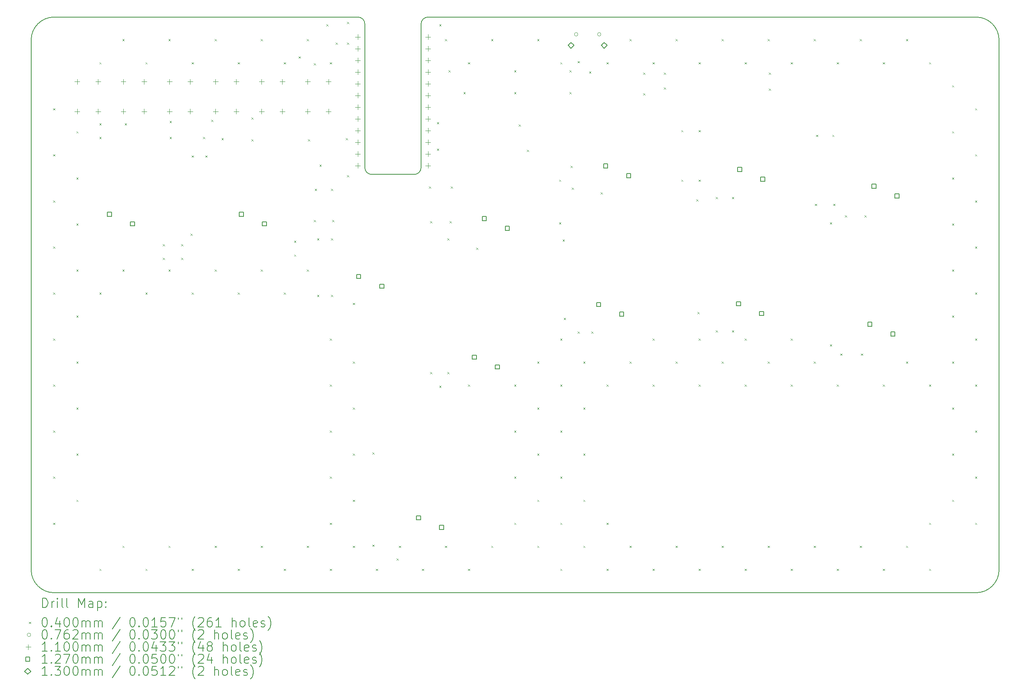
<source format=gbr>
%FSLAX45Y45*%
G04 Gerber Fmt 4.5, Leading zero omitted, Abs format (unit mm)*
G04 Created by KiCad (PCBNEW (6.0.6)) date 2022-07-21 01:25:32*
%MOMM*%
%LPD*%
G01*
G04 APERTURE LIST*
%TA.AperFunction,Profile*%
%ADD10C,0.200000*%
%TD*%
%ADD11C,0.200000*%
%ADD12C,0.040000*%
%ADD13C,0.076200*%
%ADD14C,0.110000*%
%ADD15C,0.127000*%
%ADD16C,0.130000*%
G04 APERTURE END LIST*
D10*
X11610000Y-3000000D02*
G75*
G03*
X11460000Y-3150000I0J-150000D01*
G01*
X3500000Y-3000000D02*
X10090000Y-3000000D01*
X10240000Y-6268000D02*
G75*
G03*
X10390000Y-6418000I150000J0D01*
G01*
X3000000Y-15000000D02*
G75*
G03*
X3500000Y-15500000I500000J0D01*
G01*
X10240000Y-3150000D02*
X10240000Y-6268000D01*
X24000000Y-3500000D02*
X24000000Y-15000000D01*
X11460000Y-6268000D02*
X11460000Y-3150000D01*
X10390000Y-6418000D02*
X11310000Y-6418000D01*
X10240000Y-3150000D02*
G75*
G03*
X10090000Y-3000000I-150000J0D01*
G01*
X23500000Y-15500000D02*
X3500000Y-15500000D01*
X3000000Y-15000000D02*
X3000000Y-3500000D01*
X24000000Y-3500000D02*
G75*
G03*
X23500000Y-3000000I-500000J0D01*
G01*
X3500000Y-3000000D02*
G75*
G03*
X3000000Y-3500000I0J-500000D01*
G01*
X11310000Y-6418000D02*
G75*
G03*
X11460000Y-6268000I0J150000D01*
G01*
X23500000Y-15500000D02*
G75*
G03*
X24000000Y-15000000I0J500000D01*
G01*
X11610000Y-3000000D02*
X23500000Y-3000000D01*
D11*
D12*
X3480000Y-4980000D02*
X3520000Y-5020000D01*
X3520000Y-4980000D02*
X3480000Y-5020000D01*
X3480000Y-5980000D02*
X3520000Y-6020000D01*
X3520000Y-5980000D02*
X3480000Y-6020000D01*
X3480000Y-6980000D02*
X3520000Y-7020000D01*
X3520000Y-6980000D02*
X3480000Y-7020000D01*
X3480000Y-7980000D02*
X3520000Y-8020000D01*
X3520000Y-7980000D02*
X3480000Y-8020000D01*
X3480000Y-8980000D02*
X3520000Y-9020000D01*
X3520000Y-8980000D02*
X3480000Y-9020000D01*
X3480000Y-9980000D02*
X3520000Y-10020000D01*
X3520000Y-9980000D02*
X3480000Y-10020000D01*
X3480000Y-10980000D02*
X3520000Y-11020000D01*
X3520000Y-10980000D02*
X3480000Y-11020000D01*
X3480000Y-11980000D02*
X3520000Y-12020000D01*
X3520000Y-11980000D02*
X3480000Y-12020000D01*
X3480000Y-12980000D02*
X3520000Y-13020000D01*
X3520000Y-12980000D02*
X3480000Y-13020000D01*
X3480000Y-13980000D02*
X3520000Y-14020000D01*
X3520000Y-13980000D02*
X3480000Y-14020000D01*
X3980000Y-5480000D02*
X4020000Y-5520000D01*
X4020000Y-5480000D02*
X3980000Y-5520000D01*
X3980000Y-6480000D02*
X4020000Y-6520000D01*
X4020000Y-6480000D02*
X3980000Y-6520000D01*
X3980000Y-7480000D02*
X4020000Y-7520000D01*
X4020000Y-7480000D02*
X3980000Y-7520000D01*
X3980000Y-8480000D02*
X4020000Y-8520000D01*
X4020000Y-8480000D02*
X3980000Y-8520000D01*
X3980000Y-9480000D02*
X4020000Y-9520000D01*
X4020000Y-9480000D02*
X3980000Y-9520000D01*
X3980000Y-10480000D02*
X4020000Y-10520000D01*
X4020000Y-10480000D02*
X3980000Y-10520000D01*
X3980000Y-11480000D02*
X4020000Y-11520000D01*
X4020000Y-11480000D02*
X3980000Y-11520000D01*
X3980000Y-12480000D02*
X4020000Y-12520000D01*
X4020000Y-12480000D02*
X3980000Y-12520000D01*
X3980000Y-13480000D02*
X4020000Y-13520000D01*
X4020000Y-13480000D02*
X3980000Y-13520000D01*
X4480000Y-3980000D02*
X4520000Y-4020000D01*
X4520000Y-3980000D02*
X4480000Y-4020000D01*
X4480000Y-5305000D02*
X4520000Y-5345000D01*
X4520000Y-5305000D02*
X4480000Y-5345000D01*
X4480000Y-5605000D02*
X4520000Y-5645000D01*
X4520000Y-5605000D02*
X4480000Y-5645000D01*
X4480000Y-8980000D02*
X4520000Y-9020000D01*
X4520000Y-8980000D02*
X4480000Y-9020000D01*
X4480000Y-14980000D02*
X4520000Y-15020000D01*
X4520000Y-14980000D02*
X4480000Y-15020000D01*
X4980000Y-3480000D02*
X5020000Y-3520000D01*
X5020000Y-3480000D02*
X4980000Y-3520000D01*
X4980000Y-8480000D02*
X5020000Y-8520000D01*
X5020000Y-8480000D02*
X4980000Y-8520000D01*
X4980000Y-14480000D02*
X5020000Y-14520000D01*
X5020000Y-14480000D02*
X4980000Y-14520000D01*
X5030000Y-5305000D02*
X5070000Y-5345000D01*
X5070000Y-5305000D02*
X5030000Y-5345000D01*
X5480000Y-3980000D02*
X5520000Y-4020000D01*
X5520000Y-3980000D02*
X5480000Y-4020000D01*
X5480000Y-8980000D02*
X5520000Y-9020000D01*
X5520000Y-8980000D02*
X5480000Y-9020000D01*
X5480000Y-14980000D02*
X5520000Y-15020000D01*
X5520000Y-14980000D02*
X5480000Y-15020000D01*
X5855000Y-7930000D02*
X5895000Y-7970000D01*
X5895000Y-7930000D02*
X5855000Y-7970000D01*
X5855000Y-8230000D02*
X5895000Y-8270000D01*
X5895000Y-8230000D02*
X5855000Y-8270000D01*
X5980000Y-3480000D02*
X6020000Y-3520000D01*
X6020000Y-3480000D02*
X5980000Y-3520000D01*
X5980000Y-8480000D02*
X6020000Y-8520000D01*
X6020000Y-8480000D02*
X5980000Y-8520000D01*
X5980000Y-14480000D02*
X6020000Y-14520000D01*
X6020000Y-14480000D02*
X5980000Y-14520000D01*
X6005000Y-5255000D02*
X6045000Y-5295000D01*
X6045000Y-5255000D02*
X6005000Y-5295000D01*
X6005000Y-5605000D02*
X6045000Y-5645000D01*
X6045000Y-5605000D02*
X6005000Y-5645000D01*
X6255000Y-7930000D02*
X6295000Y-7970000D01*
X6295000Y-7930000D02*
X6255000Y-7970000D01*
X6255000Y-8230000D02*
X6295000Y-8270000D01*
X6295000Y-8230000D02*
X6255000Y-8270000D01*
X6455000Y-7705000D02*
X6495000Y-7745000D01*
X6495000Y-7705000D02*
X6455000Y-7745000D01*
X6480000Y-3980000D02*
X6520000Y-4020000D01*
X6520000Y-3980000D02*
X6480000Y-4020000D01*
X6480000Y-6005000D02*
X6520000Y-6045000D01*
X6520000Y-6005000D02*
X6480000Y-6045000D01*
X6480000Y-8980000D02*
X6520000Y-9020000D01*
X6520000Y-8980000D02*
X6480000Y-9020000D01*
X6480000Y-14980000D02*
X6520000Y-15020000D01*
X6520000Y-14980000D02*
X6480000Y-15020000D01*
X6730000Y-5605000D02*
X6770000Y-5645000D01*
X6770000Y-5605000D02*
X6730000Y-5645000D01*
X6780000Y-6005000D02*
X6820000Y-6045000D01*
X6820000Y-6005000D02*
X6780000Y-6045000D01*
X6905000Y-5230000D02*
X6945000Y-5270000D01*
X6945000Y-5230000D02*
X6905000Y-5270000D01*
X6980000Y-3480000D02*
X7020000Y-3520000D01*
X7020000Y-3480000D02*
X6980000Y-3520000D01*
X6980000Y-8480000D02*
X7020000Y-8520000D01*
X7020000Y-8480000D02*
X6980000Y-8520000D01*
X6980000Y-14480000D02*
X7020000Y-14520000D01*
X7020000Y-14480000D02*
X6980000Y-14520000D01*
X7130000Y-5630000D02*
X7170000Y-5670000D01*
X7170000Y-5630000D02*
X7130000Y-5670000D01*
X7480000Y-3980000D02*
X7520000Y-4020000D01*
X7520000Y-3980000D02*
X7480000Y-4020000D01*
X7480000Y-8980000D02*
X7520000Y-9020000D01*
X7520000Y-8980000D02*
X7480000Y-9020000D01*
X7480000Y-14980000D02*
X7520000Y-15020000D01*
X7520000Y-14980000D02*
X7480000Y-15020000D01*
X7780000Y-5180000D02*
X7820000Y-5220000D01*
X7820000Y-5180000D02*
X7780000Y-5220000D01*
X7780000Y-5655000D02*
X7820000Y-5695000D01*
X7820000Y-5655000D02*
X7780000Y-5695000D01*
X7980000Y-3480000D02*
X8020000Y-3520000D01*
X8020000Y-3480000D02*
X7980000Y-3520000D01*
X7980000Y-8480000D02*
X8020000Y-8520000D01*
X8020000Y-8480000D02*
X7980000Y-8520000D01*
X7980000Y-14480000D02*
X8020000Y-14520000D01*
X8020000Y-14480000D02*
X7980000Y-14520000D01*
X8480000Y-3980000D02*
X8520000Y-4020000D01*
X8520000Y-3980000D02*
X8480000Y-4020000D01*
X8480000Y-8980000D02*
X8520000Y-9020000D01*
X8520000Y-8980000D02*
X8480000Y-9020000D01*
X8480000Y-14980000D02*
X8520000Y-15020000D01*
X8520000Y-14980000D02*
X8480000Y-15020000D01*
X8705000Y-7855000D02*
X8745000Y-7895000D01*
X8745000Y-7855000D02*
X8705000Y-7895000D01*
X8705000Y-8155000D02*
X8745000Y-8195000D01*
X8745000Y-8155000D02*
X8705000Y-8195000D01*
X8805000Y-3855000D02*
X8845000Y-3895000D01*
X8845000Y-3855000D02*
X8805000Y-3895000D01*
X8980000Y-3480000D02*
X9020000Y-3520000D01*
X9020000Y-3480000D02*
X8980000Y-3520000D01*
X8980000Y-8480000D02*
X9020000Y-8520000D01*
X9020000Y-8480000D02*
X8980000Y-8520000D01*
X8980000Y-14480000D02*
X9020000Y-14520000D01*
X9020000Y-14480000D02*
X8980000Y-14520000D01*
X9005000Y-5655000D02*
X9045000Y-5695000D01*
X9045000Y-5655000D02*
X9005000Y-5695000D01*
X9130000Y-4005000D02*
X9170000Y-4045000D01*
X9170000Y-4005000D02*
X9130000Y-4045000D01*
X9130000Y-7405000D02*
X9170000Y-7445000D01*
X9170000Y-7405000D02*
X9130000Y-7445000D01*
X9155000Y-6730000D02*
X9195000Y-6770000D01*
X9195000Y-6730000D02*
X9155000Y-6770000D01*
X9205000Y-7805000D02*
X9245000Y-7845000D01*
X9245000Y-7805000D02*
X9205000Y-7845000D01*
X9205000Y-9030000D02*
X9245000Y-9070000D01*
X9245000Y-9030000D02*
X9205000Y-9070000D01*
X9255000Y-6205000D02*
X9295000Y-6245000D01*
X9295000Y-6205000D02*
X9255000Y-6245000D01*
X9405000Y-3155000D02*
X9445000Y-3195000D01*
X9445000Y-3155000D02*
X9405000Y-3195000D01*
X9480000Y-3980000D02*
X9520000Y-4020000D01*
X9520000Y-3980000D02*
X9480000Y-4020000D01*
X9480000Y-9980000D02*
X9520000Y-10020000D01*
X9520000Y-9980000D02*
X9480000Y-10020000D01*
X9480000Y-10980000D02*
X9520000Y-11020000D01*
X9520000Y-10980000D02*
X9480000Y-11020000D01*
X9480000Y-11980000D02*
X9520000Y-12020000D01*
X9520000Y-11980000D02*
X9480000Y-12020000D01*
X9480000Y-12980000D02*
X9520000Y-13020000D01*
X9520000Y-12980000D02*
X9480000Y-13020000D01*
X9480000Y-13980000D02*
X9520000Y-14020000D01*
X9520000Y-13980000D02*
X9480000Y-14020000D01*
X9480000Y-14980000D02*
X9520000Y-15020000D01*
X9520000Y-14980000D02*
X9480000Y-15020000D01*
X9505000Y-6730000D02*
X9545000Y-6770000D01*
X9545000Y-6730000D02*
X9505000Y-6770000D01*
X9505000Y-7805000D02*
X9545000Y-7845000D01*
X9545000Y-7805000D02*
X9505000Y-7845000D01*
X9505000Y-9030000D02*
X9545000Y-9070000D01*
X9545000Y-9030000D02*
X9505000Y-9070000D01*
X9530000Y-7405000D02*
X9570000Y-7445000D01*
X9570000Y-7405000D02*
X9530000Y-7445000D01*
X9605000Y-3555000D02*
X9645000Y-3595000D01*
X9645000Y-3555000D02*
X9605000Y-3595000D01*
X9830000Y-5630000D02*
X9870000Y-5670000D01*
X9870000Y-5630000D02*
X9830000Y-5670000D01*
X9855000Y-3105000D02*
X9895000Y-3145000D01*
X9895000Y-3105000D02*
X9855000Y-3145000D01*
X9855000Y-3555000D02*
X9895000Y-3595000D01*
X9895000Y-3555000D02*
X9855000Y-3595000D01*
X9855000Y-6430000D02*
X9895000Y-6470000D01*
X9895000Y-6430000D02*
X9855000Y-6470000D01*
X9980000Y-9205000D02*
X10020000Y-9245000D01*
X10020000Y-9205000D02*
X9980000Y-9245000D01*
X9980000Y-10480000D02*
X10020000Y-10520000D01*
X10020000Y-10480000D02*
X9980000Y-10520000D01*
X9980000Y-11480000D02*
X10020000Y-11520000D01*
X10020000Y-11480000D02*
X9980000Y-11520000D01*
X9980000Y-12480000D02*
X10020000Y-12520000D01*
X10020000Y-12480000D02*
X9980000Y-12520000D01*
X9980000Y-13480000D02*
X10020000Y-13520000D01*
X10020000Y-13480000D02*
X9980000Y-13520000D01*
X9980000Y-14480000D02*
X10020000Y-14520000D01*
X10020000Y-14480000D02*
X9980000Y-14520000D01*
X10405000Y-12455000D02*
X10445000Y-12495000D01*
X10445000Y-12455000D02*
X10405000Y-12495000D01*
X10405000Y-14455000D02*
X10445000Y-14495000D01*
X10445000Y-14455000D02*
X10405000Y-14495000D01*
X10480000Y-14980000D02*
X10520000Y-15020000D01*
X10520000Y-14980000D02*
X10480000Y-15020000D01*
X10930000Y-14755000D02*
X10970000Y-14795000D01*
X10970000Y-14755000D02*
X10930000Y-14795000D01*
X10980000Y-14480000D02*
X11020000Y-14520000D01*
X11020000Y-14480000D02*
X10980000Y-14520000D01*
X11480000Y-14980000D02*
X11520000Y-15020000D01*
X11520000Y-14980000D02*
X11480000Y-15020000D01*
X11630000Y-6680000D02*
X11670000Y-6720000D01*
X11670000Y-6680000D02*
X11630000Y-6720000D01*
X11655000Y-7430000D02*
X11695000Y-7470000D01*
X11695000Y-7430000D02*
X11655000Y-7470000D01*
X11655000Y-10705000D02*
X11695000Y-10745000D01*
X11695000Y-10705000D02*
X11655000Y-10745000D01*
X11805000Y-5280000D02*
X11845000Y-5320000D01*
X11845000Y-5280000D02*
X11805000Y-5320000D01*
X11805000Y-5855000D02*
X11845000Y-5895000D01*
X11845000Y-5855000D02*
X11805000Y-5895000D01*
X11855000Y-3155000D02*
X11895000Y-3195000D01*
X11895000Y-3155000D02*
X11855000Y-3195000D01*
X11855000Y-11005000D02*
X11895000Y-11045000D01*
X11895000Y-11005000D02*
X11855000Y-11045000D01*
X11980000Y-3480000D02*
X12020000Y-3520000D01*
X12020000Y-3480000D02*
X11980000Y-3520000D01*
X11980000Y-14480000D02*
X12020000Y-14520000D01*
X12020000Y-14480000D02*
X11980000Y-14520000D01*
X12030000Y-7805000D02*
X12070000Y-7845000D01*
X12070000Y-7805000D02*
X12030000Y-7845000D01*
X12030000Y-10705000D02*
X12070000Y-10745000D01*
X12070000Y-10705000D02*
X12030000Y-10745000D01*
X12055000Y-4155000D02*
X12095000Y-4195000D01*
X12095000Y-4155000D02*
X12055000Y-4195000D01*
X12080000Y-7430000D02*
X12120000Y-7470000D01*
X12120000Y-7430000D02*
X12080000Y-7470000D01*
X12105000Y-6680000D02*
X12145000Y-6720000D01*
X12145000Y-6680000D02*
X12105000Y-6720000D01*
X12380000Y-4630000D02*
X12420000Y-4670000D01*
X12420000Y-4630000D02*
X12380000Y-4670000D01*
X12480000Y-3980000D02*
X12520000Y-4020000D01*
X12520000Y-3980000D02*
X12480000Y-4020000D01*
X12480000Y-10980000D02*
X12520000Y-11020000D01*
X12520000Y-10980000D02*
X12480000Y-11020000D01*
X12480000Y-14980000D02*
X12520000Y-15020000D01*
X12520000Y-14980000D02*
X12480000Y-15020000D01*
X12655000Y-8005000D02*
X12695000Y-8045000D01*
X12695000Y-8005000D02*
X12655000Y-8045000D01*
X12980000Y-3480000D02*
X13020000Y-3520000D01*
X13020000Y-3480000D02*
X12980000Y-3520000D01*
X12980000Y-14480000D02*
X13020000Y-14520000D01*
X13020000Y-14480000D02*
X12980000Y-14520000D01*
X13480000Y-4155000D02*
X13520000Y-4195000D01*
X13520000Y-4155000D02*
X13480000Y-4195000D01*
X13480000Y-4630000D02*
X13520000Y-4670000D01*
X13520000Y-4630000D02*
X13480000Y-4670000D01*
X13480000Y-10980000D02*
X13520000Y-11020000D01*
X13520000Y-10980000D02*
X13480000Y-11020000D01*
X13480000Y-11980000D02*
X13520000Y-12020000D01*
X13520000Y-11980000D02*
X13480000Y-12020000D01*
X13480000Y-12980000D02*
X13520000Y-13020000D01*
X13520000Y-12980000D02*
X13480000Y-13020000D01*
X13480000Y-13980000D02*
X13520000Y-14020000D01*
X13520000Y-13980000D02*
X13480000Y-14020000D01*
X13580000Y-5330000D02*
X13620000Y-5370000D01*
X13620000Y-5330000D02*
X13580000Y-5370000D01*
X13755000Y-5880000D02*
X13795000Y-5920000D01*
X13795000Y-5880000D02*
X13755000Y-5920000D01*
X13980000Y-3480000D02*
X14020000Y-3520000D01*
X14020000Y-3480000D02*
X13980000Y-3520000D01*
X13980000Y-10480000D02*
X14020000Y-10520000D01*
X14020000Y-10480000D02*
X13980000Y-10520000D01*
X13980000Y-11480000D02*
X14020000Y-11520000D01*
X14020000Y-11480000D02*
X13980000Y-11520000D01*
X13980000Y-12480000D02*
X14020000Y-12520000D01*
X14020000Y-12480000D02*
X13980000Y-12520000D01*
X13980000Y-13480000D02*
X14020000Y-13520000D01*
X14020000Y-13480000D02*
X13980000Y-13520000D01*
X13980000Y-14480000D02*
X14020000Y-14520000D01*
X14020000Y-14480000D02*
X13980000Y-14520000D01*
X14455000Y-6530000D02*
X14495000Y-6570000D01*
X14495000Y-6530000D02*
X14455000Y-6570000D01*
X14455000Y-7455000D02*
X14495000Y-7495000D01*
X14495000Y-7455000D02*
X14455000Y-7495000D01*
X14480000Y-3980000D02*
X14520000Y-4020000D01*
X14520000Y-3980000D02*
X14480000Y-4020000D01*
X14480000Y-9980000D02*
X14520000Y-10020000D01*
X14520000Y-9980000D02*
X14480000Y-10020000D01*
X14480000Y-10980000D02*
X14520000Y-11020000D01*
X14520000Y-10980000D02*
X14480000Y-11020000D01*
X14480000Y-11980000D02*
X14520000Y-12020000D01*
X14520000Y-11980000D02*
X14480000Y-12020000D01*
X14480000Y-12980000D02*
X14520000Y-13020000D01*
X14520000Y-12980000D02*
X14480000Y-13020000D01*
X14480000Y-13980000D02*
X14520000Y-14020000D01*
X14520000Y-13980000D02*
X14480000Y-14020000D01*
X14480000Y-14980000D02*
X14520000Y-15020000D01*
X14520000Y-14980000D02*
X14480000Y-15020000D01*
X14530000Y-7830000D02*
X14570000Y-7870000D01*
X14570000Y-7830000D02*
X14530000Y-7870000D01*
X14555000Y-9530000D02*
X14595000Y-9570000D01*
X14595000Y-9530000D02*
X14555000Y-9570000D01*
X14680000Y-4155000D02*
X14720000Y-4195000D01*
X14720000Y-4155000D02*
X14680000Y-4195000D01*
X14680000Y-4630000D02*
X14720000Y-4670000D01*
X14720000Y-4630000D02*
X14680000Y-4670000D01*
X14705000Y-6230000D02*
X14745000Y-6270000D01*
X14745000Y-6230000D02*
X14705000Y-6270000D01*
X14730000Y-6705000D02*
X14770000Y-6745000D01*
X14770000Y-6705000D02*
X14730000Y-6745000D01*
X14855000Y-3955000D02*
X14895000Y-3995000D01*
X14895000Y-3955000D02*
X14855000Y-3995000D01*
X14855000Y-9830000D02*
X14895000Y-9870000D01*
X14895000Y-9830000D02*
X14855000Y-9870000D01*
X14980000Y-10480000D02*
X15020000Y-10520000D01*
X15020000Y-10480000D02*
X14980000Y-10520000D01*
X14980000Y-11480000D02*
X15020000Y-11520000D01*
X15020000Y-11480000D02*
X14980000Y-11520000D01*
X14980000Y-12480000D02*
X15020000Y-12520000D01*
X15020000Y-12480000D02*
X14980000Y-12520000D01*
X14980000Y-13480000D02*
X15020000Y-13520000D01*
X15020000Y-13480000D02*
X14980000Y-13520000D01*
X14980000Y-14480000D02*
X15020000Y-14520000D01*
X15020000Y-14480000D02*
X14980000Y-14520000D01*
X15105000Y-4180000D02*
X15145000Y-4220000D01*
X15145000Y-4180000D02*
X15105000Y-4220000D01*
X15155000Y-9830000D02*
X15195000Y-9870000D01*
X15195000Y-9830000D02*
X15155000Y-9870000D01*
X15355000Y-6805000D02*
X15395000Y-6845000D01*
X15395000Y-6805000D02*
X15355000Y-6845000D01*
X15480000Y-3980000D02*
X15520000Y-4020000D01*
X15520000Y-3980000D02*
X15480000Y-4020000D01*
X15480000Y-10980000D02*
X15520000Y-11020000D01*
X15520000Y-10980000D02*
X15480000Y-11020000D01*
X15480000Y-13980000D02*
X15520000Y-14020000D01*
X15520000Y-13980000D02*
X15480000Y-14020000D01*
X15480000Y-14980000D02*
X15520000Y-15020000D01*
X15520000Y-14980000D02*
X15480000Y-15020000D01*
X15980000Y-3480000D02*
X16020000Y-3520000D01*
X16020000Y-3480000D02*
X15980000Y-3520000D01*
X15980000Y-10480000D02*
X16020000Y-10520000D01*
X16020000Y-10480000D02*
X15980000Y-10520000D01*
X15980000Y-14480000D02*
X16020000Y-14520000D01*
X16020000Y-14480000D02*
X15980000Y-14520000D01*
X16280000Y-4205000D02*
X16320000Y-4245000D01*
X16320000Y-4205000D02*
X16280000Y-4245000D01*
X16280000Y-4655000D02*
X16320000Y-4695000D01*
X16320000Y-4655000D02*
X16280000Y-4695000D01*
X16480000Y-3980000D02*
X16520000Y-4020000D01*
X16520000Y-3980000D02*
X16480000Y-4020000D01*
X16480000Y-9980000D02*
X16520000Y-10020000D01*
X16520000Y-9980000D02*
X16480000Y-10020000D01*
X16480000Y-10980000D02*
X16520000Y-11020000D01*
X16520000Y-10980000D02*
X16480000Y-11020000D01*
X16480000Y-14980000D02*
X16520000Y-15020000D01*
X16520000Y-14980000D02*
X16480000Y-15020000D01*
X16730000Y-4205000D02*
X16770000Y-4245000D01*
X16770000Y-4205000D02*
X16730000Y-4245000D01*
X16730000Y-4530000D02*
X16770000Y-4570000D01*
X16770000Y-4530000D02*
X16730000Y-4570000D01*
X16980000Y-3480000D02*
X17020000Y-3520000D01*
X17020000Y-3480000D02*
X16980000Y-3520000D01*
X16980000Y-10480000D02*
X17020000Y-10520000D01*
X17020000Y-10480000D02*
X16980000Y-10520000D01*
X16980000Y-14480000D02*
X17020000Y-14520000D01*
X17020000Y-14480000D02*
X16980000Y-14520000D01*
X17105000Y-5455000D02*
X17145000Y-5495000D01*
X17145000Y-5455000D02*
X17105000Y-5495000D01*
X17105000Y-6530000D02*
X17145000Y-6570000D01*
X17145000Y-6530000D02*
X17105000Y-6570000D01*
X17430000Y-6955000D02*
X17470000Y-6995000D01*
X17470000Y-6955000D02*
X17430000Y-6995000D01*
X17455000Y-9405000D02*
X17495000Y-9445000D01*
X17495000Y-9405000D02*
X17455000Y-9445000D01*
X17480000Y-3980000D02*
X17520000Y-4020000D01*
X17520000Y-3980000D02*
X17480000Y-4020000D01*
X17480000Y-5455000D02*
X17520000Y-5495000D01*
X17520000Y-5455000D02*
X17480000Y-5495000D01*
X17480000Y-6530000D02*
X17520000Y-6570000D01*
X17520000Y-6530000D02*
X17480000Y-6570000D01*
X17480000Y-9980000D02*
X17520000Y-10020000D01*
X17520000Y-9980000D02*
X17480000Y-10020000D01*
X17480000Y-10980000D02*
X17520000Y-11020000D01*
X17520000Y-10980000D02*
X17480000Y-11020000D01*
X17480000Y-14980000D02*
X17520000Y-15020000D01*
X17520000Y-14980000D02*
X17480000Y-15020000D01*
X17855000Y-6905000D02*
X17895000Y-6945000D01*
X17895000Y-6905000D02*
X17855000Y-6945000D01*
X17855000Y-9805000D02*
X17895000Y-9845000D01*
X17895000Y-9805000D02*
X17855000Y-9845000D01*
X17980000Y-3480000D02*
X18020000Y-3520000D01*
X18020000Y-3480000D02*
X17980000Y-3520000D01*
X17980000Y-10480000D02*
X18020000Y-10520000D01*
X18020000Y-10480000D02*
X17980000Y-10520000D01*
X17980000Y-14480000D02*
X18020000Y-14520000D01*
X18020000Y-14480000D02*
X17980000Y-14520000D01*
X18205000Y-6905000D02*
X18245000Y-6945000D01*
X18245000Y-6905000D02*
X18205000Y-6945000D01*
X18205000Y-9805000D02*
X18245000Y-9845000D01*
X18245000Y-9805000D02*
X18205000Y-9845000D01*
X18480000Y-3980000D02*
X18520000Y-4020000D01*
X18520000Y-3980000D02*
X18480000Y-4020000D01*
X18480000Y-9980000D02*
X18520000Y-10020000D01*
X18520000Y-9980000D02*
X18480000Y-10020000D01*
X18480000Y-10980000D02*
X18520000Y-11020000D01*
X18520000Y-10980000D02*
X18480000Y-11020000D01*
X18480000Y-14980000D02*
X18520000Y-15020000D01*
X18520000Y-14980000D02*
X18480000Y-15020000D01*
X18980000Y-3480000D02*
X19020000Y-3520000D01*
X19020000Y-3480000D02*
X18980000Y-3520000D01*
X18980000Y-10480000D02*
X19020000Y-10520000D01*
X19020000Y-10480000D02*
X18980000Y-10520000D01*
X18980000Y-14480000D02*
X19020000Y-14520000D01*
X19020000Y-14480000D02*
X18980000Y-14520000D01*
X19005000Y-4205000D02*
X19045000Y-4245000D01*
X19045000Y-4205000D02*
X19005000Y-4245000D01*
X19005000Y-4555000D02*
X19045000Y-4595000D01*
X19045000Y-4555000D02*
X19005000Y-4595000D01*
X19480000Y-3980000D02*
X19520000Y-4020000D01*
X19520000Y-3980000D02*
X19480000Y-4020000D01*
X19480000Y-9980000D02*
X19520000Y-10020000D01*
X19520000Y-9980000D02*
X19480000Y-10020000D01*
X19480000Y-10980000D02*
X19520000Y-11020000D01*
X19520000Y-10980000D02*
X19480000Y-11020000D01*
X19480000Y-14980000D02*
X19520000Y-15020000D01*
X19520000Y-14980000D02*
X19480000Y-15020000D01*
X19980000Y-3480000D02*
X20020000Y-3520000D01*
X20020000Y-3480000D02*
X19980000Y-3520000D01*
X19980000Y-10480000D02*
X20020000Y-10520000D01*
X20020000Y-10480000D02*
X19980000Y-10520000D01*
X19980000Y-14480000D02*
X20020000Y-14520000D01*
X20020000Y-14480000D02*
X19980000Y-14520000D01*
X20005000Y-7055000D02*
X20045000Y-7095000D01*
X20045000Y-7055000D02*
X20005000Y-7095000D01*
X20030000Y-5555000D02*
X20070000Y-5595000D01*
X20070000Y-5555000D02*
X20030000Y-5595000D01*
X20330000Y-7455000D02*
X20370000Y-7495000D01*
X20370000Y-7455000D02*
X20330000Y-7495000D01*
X20330000Y-10105000D02*
X20370000Y-10145000D01*
X20370000Y-10105000D02*
X20330000Y-10145000D01*
X20380000Y-5555000D02*
X20420000Y-5595000D01*
X20420000Y-5555000D02*
X20380000Y-5595000D01*
X20405000Y-7055000D02*
X20445000Y-7095000D01*
X20445000Y-7055000D02*
X20405000Y-7095000D01*
X20480000Y-3980000D02*
X20520000Y-4020000D01*
X20520000Y-3980000D02*
X20480000Y-4020000D01*
X20480000Y-10980000D02*
X20520000Y-11020000D01*
X20520000Y-10980000D02*
X20480000Y-11020000D01*
X20480000Y-14980000D02*
X20520000Y-15020000D01*
X20520000Y-14980000D02*
X20480000Y-15020000D01*
X20555000Y-10305000D02*
X20595000Y-10345000D01*
X20595000Y-10305000D02*
X20555000Y-10345000D01*
X20655000Y-7305000D02*
X20695000Y-7345000D01*
X20695000Y-7305000D02*
X20655000Y-7345000D01*
X20980000Y-3480000D02*
X21020000Y-3520000D01*
X21020000Y-3480000D02*
X20980000Y-3520000D01*
X20980000Y-14480000D02*
X21020000Y-14520000D01*
X21020000Y-14480000D02*
X20980000Y-14520000D01*
X21005000Y-10305000D02*
X21045000Y-10345000D01*
X21045000Y-10305000D02*
X21005000Y-10345000D01*
X21080000Y-7305000D02*
X21120000Y-7345000D01*
X21120000Y-7305000D02*
X21080000Y-7345000D01*
X21480000Y-3980000D02*
X21520000Y-4020000D01*
X21520000Y-3980000D02*
X21480000Y-4020000D01*
X21480000Y-10980000D02*
X21520000Y-11020000D01*
X21520000Y-10980000D02*
X21480000Y-11020000D01*
X21480000Y-14980000D02*
X21520000Y-15020000D01*
X21520000Y-14980000D02*
X21480000Y-15020000D01*
X21980000Y-3480000D02*
X22020000Y-3520000D01*
X22020000Y-3480000D02*
X21980000Y-3520000D01*
X21980000Y-10480000D02*
X22020000Y-10520000D01*
X22020000Y-10480000D02*
X21980000Y-10520000D01*
X21980000Y-14480000D02*
X22020000Y-14520000D01*
X22020000Y-14480000D02*
X21980000Y-14520000D01*
X22480000Y-3980000D02*
X22520000Y-4020000D01*
X22520000Y-3980000D02*
X22480000Y-4020000D01*
X22480000Y-10980000D02*
X22520000Y-11020000D01*
X22520000Y-10980000D02*
X22480000Y-11020000D01*
X22480000Y-13980000D02*
X22520000Y-14020000D01*
X22520000Y-13980000D02*
X22480000Y-14020000D01*
X22480000Y-14980000D02*
X22520000Y-15020000D01*
X22520000Y-14980000D02*
X22480000Y-15020000D01*
X22980000Y-4480000D02*
X23020000Y-4520000D01*
X23020000Y-4480000D02*
X22980000Y-4520000D01*
X22980000Y-5480000D02*
X23020000Y-5520000D01*
X23020000Y-5480000D02*
X22980000Y-5520000D01*
X22980000Y-6480000D02*
X23020000Y-6520000D01*
X23020000Y-6480000D02*
X22980000Y-6520000D01*
X22980000Y-7480000D02*
X23020000Y-7520000D01*
X23020000Y-7480000D02*
X22980000Y-7520000D01*
X22980000Y-8480000D02*
X23020000Y-8520000D01*
X23020000Y-8480000D02*
X22980000Y-8520000D01*
X22980000Y-9480000D02*
X23020000Y-9520000D01*
X23020000Y-9480000D02*
X22980000Y-9520000D01*
X22980000Y-10480000D02*
X23020000Y-10520000D01*
X23020000Y-10480000D02*
X22980000Y-10520000D01*
X22980000Y-11480000D02*
X23020000Y-11520000D01*
X23020000Y-11480000D02*
X22980000Y-11520000D01*
X22980000Y-12480000D02*
X23020000Y-12520000D01*
X23020000Y-12480000D02*
X22980000Y-12520000D01*
X22980000Y-13480000D02*
X23020000Y-13520000D01*
X23020000Y-13480000D02*
X22980000Y-13520000D01*
X23480000Y-4980000D02*
X23520000Y-5020000D01*
X23520000Y-4980000D02*
X23480000Y-5020000D01*
X23480000Y-5980000D02*
X23520000Y-6020000D01*
X23520000Y-5980000D02*
X23480000Y-6020000D01*
X23480000Y-6980000D02*
X23520000Y-7020000D01*
X23520000Y-6980000D02*
X23480000Y-7020000D01*
X23480000Y-7980000D02*
X23520000Y-8020000D01*
X23520000Y-7980000D02*
X23480000Y-8020000D01*
X23480000Y-8980000D02*
X23520000Y-9020000D01*
X23520000Y-8980000D02*
X23480000Y-9020000D01*
X23480000Y-9980000D02*
X23520000Y-10020000D01*
X23520000Y-9980000D02*
X23480000Y-10020000D01*
X23480000Y-10980000D02*
X23520000Y-11020000D01*
X23520000Y-10980000D02*
X23480000Y-11020000D01*
X23480000Y-11980000D02*
X23520000Y-12020000D01*
X23520000Y-11980000D02*
X23480000Y-12020000D01*
X23480000Y-12980000D02*
X23520000Y-13020000D01*
X23520000Y-12980000D02*
X23480000Y-13020000D01*
X23480000Y-13980000D02*
X23520000Y-14020000D01*
X23520000Y-13980000D02*
X23480000Y-14020000D01*
D13*
X14863100Y-3375000D02*
G75*
G03*
X14863100Y-3375000I-38100J0D01*
G01*
X15363100Y-3375000D02*
G75*
G03*
X15363100Y-3375000I-38100J0D01*
G01*
D14*
X4000000Y-4345000D02*
X4000000Y-4455000D01*
X3945000Y-4400000D02*
X4055000Y-4400000D01*
X4000000Y-4995000D02*
X4000000Y-5105000D01*
X3945000Y-5050000D02*
X4055000Y-5050000D01*
X4450000Y-4345000D02*
X4450000Y-4455000D01*
X4395000Y-4400000D02*
X4505000Y-4400000D01*
X4450000Y-4995000D02*
X4450000Y-5105000D01*
X4395000Y-5050000D02*
X4505000Y-5050000D01*
X5000000Y-4345000D02*
X5000000Y-4455000D01*
X4945000Y-4400000D02*
X5055000Y-4400000D01*
X5000000Y-4995000D02*
X5000000Y-5105000D01*
X4945000Y-5050000D02*
X5055000Y-5050000D01*
X5450000Y-4345000D02*
X5450000Y-4455000D01*
X5395000Y-4400000D02*
X5505000Y-4400000D01*
X5450000Y-4995000D02*
X5450000Y-5105000D01*
X5395000Y-5050000D02*
X5505000Y-5050000D01*
X6000000Y-4345000D02*
X6000000Y-4455000D01*
X5945000Y-4400000D02*
X6055000Y-4400000D01*
X6000000Y-4995000D02*
X6000000Y-5105000D01*
X5945000Y-5050000D02*
X6055000Y-5050000D01*
X6450000Y-4345000D02*
X6450000Y-4455000D01*
X6395000Y-4400000D02*
X6505000Y-4400000D01*
X6450000Y-4995000D02*
X6450000Y-5105000D01*
X6395000Y-5050000D02*
X6505000Y-5050000D01*
X7000000Y-4345000D02*
X7000000Y-4455000D01*
X6945000Y-4400000D02*
X7055000Y-4400000D01*
X7000000Y-4995000D02*
X7000000Y-5105000D01*
X6945000Y-5050000D02*
X7055000Y-5050000D01*
X7450000Y-4345000D02*
X7450000Y-4455000D01*
X7395000Y-4400000D02*
X7505000Y-4400000D01*
X7450000Y-4995000D02*
X7450000Y-5105000D01*
X7395000Y-5050000D02*
X7505000Y-5050000D01*
X8000000Y-4345000D02*
X8000000Y-4455000D01*
X7945000Y-4400000D02*
X8055000Y-4400000D01*
X8000000Y-4995000D02*
X8000000Y-5105000D01*
X7945000Y-5050000D02*
X8055000Y-5050000D01*
X8450000Y-4345000D02*
X8450000Y-4455000D01*
X8395000Y-4400000D02*
X8505000Y-4400000D01*
X8450000Y-4995000D02*
X8450000Y-5105000D01*
X8395000Y-5050000D02*
X8505000Y-5050000D01*
X9000000Y-4345000D02*
X9000000Y-4455000D01*
X8945000Y-4400000D02*
X9055000Y-4400000D01*
X9000000Y-4995000D02*
X9000000Y-5105000D01*
X8945000Y-5050000D02*
X9055000Y-5050000D01*
X9450000Y-4345000D02*
X9450000Y-4455000D01*
X9395000Y-4400000D02*
X9505000Y-4400000D01*
X9450000Y-4995000D02*
X9450000Y-5105000D01*
X9395000Y-5050000D02*
X9505000Y-5050000D01*
X10088000Y-3375000D02*
X10088000Y-3485000D01*
X10033000Y-3430000D02*
X10143000Y-3430000D01*
X10088000Y-3629000D02*
X10088000Y-3739000D01*
X10033000Y-3684000D02*
X10143000Y-3684000D01*
X10088000Y-3883000D02*
X10088000Y-3993000D01*
X10033000Y-3938000D02*
X10143000Y-3938000D01*
X10088000Y-4137000D02*
X10088000Y-4247000D01*
X10033000Y-4192000D02*
X10143000Y-4192000D01*
X10088000Y-4391000D02*
X10088000Y-4501000D01*
X10033000Y-4446000D02*
X10143000Y-4446000D01*
X10088000Y-4645000D02*
X10088000Y-4755000D01*
X10033000Y-4700000D02*
X10143000Y-4700000D01*
X10088000Y-4899000D02*
X10088000Y-5009000D01*
X10033000Y-4954000D02*
X10143000Y-4954000D01*
X10088000Y-5153000D02*
X10088000Y-5263000D01*
X10033000Y-5208000D02*
X10143000Y-5208000D01*
X10088000Y-5407000D02*
X10088000Y-5517000D01*
X10033000Y-5462000D02*
X10143000Y-5462000D01*
X10088000Y-5661000D02*
X10088000Y-5771000D01*
X10033000Y-5716000D02*
X10143000Y-5716000D01*
X10088000Y-5915000D02*
X10088000Y-6025000D01*
X10033000Y-5970000D02*
X10143000Y-5970000D01*
X10088000Y-6169000D02*
X10088000Y-6279000D01*
X10033000Y-6224000D02*
X10143000Y-6224000D01*
X11612000Y-3375000D02*
X11612000Y-3485000D01*
X11557000Y-3430000D02*
X11667000Y-3430000D01*
X11612000Y-3629000D02*
X11612000Y-3739000D01*
X11557000Y-3684000D02*
X11667000Y-3684000D01*
X11612000Y-3883000D02*
X11612000Y-3993000D01*
X11557000Y-3938000D02*
X11667000Y-3938000D01*
X11612000Y-4137000D02*
X11612000Y-4247000D01*
X11557000Y-4192000D02*
X11667000Y-4192000D01*
X11612000Y-4391000D02*
X11612000Y-4501000D01*
X11557000Y-4446000D02*
X11667000Y-4446000D01*
X11612000Y-4645000D02*
X11612000Y-4755000D01*
X11557000Y-4700000D02*
X11667000Y-4700000D01*
X11612000Y-4899000D02*
X11612000Y-5009000D01*
X11557000Y-4954000D02*
X11667000Y-4954000D01*
X11612000Y-5153000D02*
X11612000Y-5263000D01*
X11557000Y-5208000D02*
X11667000Y-5208000D01*
X11612000Y-5407000D02*
X11612000Y-5517000D01*
X11557000Y-5462000D02*
X11667000Y-5462000D01*
X11612000Y-5661000D02*
X11612000Y-5771000D01*
X11557000Y-5716000D02*
X11667000Y-5716000D01*
X11612000Y-5915000D02*
X11612000Y-6025000D01*
X11557000Y-5970000D02*
X11667000Y-5970000D01*
X11612000Y-6169000D02*
X11612000Y-6279000D01*
X11557000Y-6224000D02*
X11667000Y-6224000D01*
D15*
X4744902Y-7324902D02*
X4744902Y-7235098D01*
X4655098Y-7235098D01*
X4655098Y-7324902D01*
X4744902Y-7324902D01*
X5244902Y-7534902D02*
X5244902Y-7445098D01*
X5155098Y-7445098D01*
X5155098Y-7534902D01*
X5244902Y-7534902D01*
X7606902Y-7324902D02*
X7606902Y-7235098D01*
X7517098Y-7235098D01*
X7517098Y-7324902D01*
X7606902Y-7324902D01*
X8106902Y-7534902D02*
X8106902Y-7445098D01*
X8017098Y-7445098D01*
X8017098Y-7534902D01*
X8106902Y-7534902D01*
X10151902Y-8678902D02*
X10151902Y-8589098D01*
X10062098Y-8589098D01*
X10062098Y-8678902D01*
X10151902Y-8678902D01*
X10651902Y-8888902D02*
X10651902Y-8799098D01*
X10562098Y-8799098D01*
X10562098Y-8888902D01*
X10651902Y-8888902D01*
X11448902Y-13916902D02*
X11448902Y-13827098D01*
X11359098Y-13827098D01*
X11359098Y-13916902D01*
X11448902Y-13916902D01*
X11948902Y-14126902D02*
X11948902Y-14037098D01*
X11859098Y-14037098D01*
X11859098Y-14126902D01*
X11948902Y-14126902D01*
X12658902Y-10430902D02*
X12658902Y-10341098D01*
X12569098Y-10341098D01*
X12569098Y-10430902D01*
X12658902Y-10430902D01*
X12874902Y-7419902D02*
X12874902Y-7330098D01*
X12785098Y-7330098D01*
X12785098Y-7419902D01*
X12874902Y-7419902D01*
X13158902Y-10640902D02*
X13158902Y-10551098D01*
X13069098Y-10551098D01*
X13069098Y-10640902D01*
X13158902Y-10640902D01*
X13374902Y-7629902D02*
X13374902Y-7540098D01*
X13285098Y-7540098D01*
X13285098Y-7629902D01*
X13374902Y-7629902D01*
X15356902Y-9286902D02*
X15356902Y-9197098D01*
X15267098Y-9197098D01*
X15267098Y-9286902D01*
X15356902Y-9286902D01*
X15509902Y-6278902D02*
X15509902Y-6189098D01*
X15420098Y-6189098D01*
X15420098Y-6278902D01*
X15509902Y-6278902D01*
X15856902Y-9496902D02*
X15856902Y-9407098D01*
X15767098Y-9407098D01*
X15767098Y-9496902D01*
X15856902Y-9496902D01*
X16009902Y-6488902D02*
X16009902Y-6399098D01*
X15920098Y-6399098D01*
X15920098Y-6488902D01*
X16009902Y-6488902D01*
X18393902Y-9270902D02*
X18393902Y-9181098D01*
X18304098Y-9181098D01*
X18304098Y-9270902D01*
X18393902Y-9270902D01*
X18419902Y-6354902D02*
X18419902Y-6265098D01*
X18330098Y-6265098D01*
X18330098Y-6354902D01*
X18419902Y-6354902D01*
X18893902Y-9480902D02*
X18893902Y-9391098D01*
X18804098Y-9391098D01*
X18804098Y-9480902D01*
X18893902Y-9480902D01*
X18919902Y-6564902D02*
X18919902Y-6475098D01*
X18830098Y-6475098D01*
X18830098Y-6564902D01*
X18919902Y-6564902D01*
X21241902Y-9713902D02*
X21241902Y-9624098D01*
X21152098Y-9624098D01*
X21152098Y-9713902D01*
X21241902Y-9713902D01*
X21330902Y-6718902D02*
X21330902Y-6629098D01*
X21241098Y-6629098D01*
X21241098Y-6718902D01*
X21330902Y-6718902D01*
X21741902Y-9923902D02*
X21741902Y-9834098D01*
X21652098Y-9834098D01*
X21652098Y-9923902D01*
X21741902Y-9923902D01*
X21830902Y-6928902D02*
X21830902Y-6839098D01*
X21741098Y-6839098D01*
X21741098Y-6928902D01*
X21830902Y-6928902D01*
D16*
X14715000Y-3680000D02*
X14780000Y-3615000D01*
X14715000Y-3550000D01*
X14650000Y-3615000D01*
X14715000Y-3680000D01*
X15435000Y-3680000D02*
X15500000Y-3615000D01*
X15435000Y-3550000D01*
X15370000Y-3615000D01*
X15435000Y-3680000D01*
D11*
X3247619Y-15820476D02*
X3247619Y-15620476D01*
X3295238Y-15620476D01*
X3323809Y-15630000D01*
X3342857Y-15649048D01*
X3352381Y-15668095D01*
X3361905Y-15706190D01*
X3361905Y-15734762D01*
X3352381Y-15772857D01*
X3342857Y-15791905D01*
X3323809Y-15810952D01*
X3295238Y-15820476D01*
X3247619Y-15820476D01*
X3447619Y-15820476D02*
X3447619Y-15687143D01*
X3447619Y-15725238D02*
X3457143Y-15706190D01*
X3466667Y-15696667D01*
X3485714Y-15687143D01*
X3504762Y-15687143D01*
X3571428Y-15820476D02*
X3571428Y-15687143D01*
X3571428Y-15620476D02*
X3561905Y-15630000D01*
X3571428Y-15639524D01*
X3580952Y-15630000D01*
X3571428Y-15620476D01*
X3571428Y-15639524D01*
X3695238Y-15820476D02*
X3676190Y-15810952D01*
X3666667Y-15791905D01*
X3666667Y-15620476D01*
X3800000Y-15820476D02*
X3780952Y-15810952D01*
X3771428Y-15791905D01*
X3771428Y-15620476D01*
X4028571Y-15820476D02*
X4028571Y-15620476D01*
X4095238Y-15763333D01*
X4161905Y-15620476D01*
X4161905Y-15820476D01*
X4342857Y-15820476D02*
X4342857Y-15715714D01*
X4333333Y-15696667D01*
X4314286Y-15687143D01*
X4276190Y-15687143D01*
X4257143Y-15696667D01*
X4342857Y-15810952D02*
X4323810Y-15820476D01*
X4276190Y-15820476D01*
X4257143Y-15810952D01*
X4247619Y-15791905D01*
X4247619Y-15772857D01*
X4257143Y-15753809D01*
X4276190Y-15744286D01*
X4323810Y-15744286D01*
X4342857Y-15734762D01*
X4438095Y-15687143D02*
X4438095Y-15887143D01*
X4438095Y-15696667D02*
X4457143Y-15687143D01*
X4495238Y-15687143D01*
X4514286Y-15696667D01*
X4523810Y-15706190D01*
X4533333Y-15725238D01*
X4533333Y-15782381D01*
X4523810Y-15801428D01*
X4514286Y-15810952D01*
X4495238Y-15820476D01*
X4457143Y-15820476D01*
X4438095Y-15810952D01*
X4619048Y-15801428D02*
X4628571Y-15810952D01*
X4619048Y-15820476D01*
X4609524Y-15810952D01*
X4619048Y-15801428D01*
X4619048Y-15820476D01*
X4619048Y-15696667D02*
X4628571Y-15706190D01*
X4619048Y-15715714D01*
X4609524Y-15706190D01*
X4619048Y-15696667D01*
X4619048Y-15715714D01*
D12*
X2950000Y-16130000D02*
X2990000Y-16170000D01*
X2990000Y-16130000D02*
X2950000Y-16170000D01*
D11*
X3285714Y-16040476D02*
X3304762Y-16040476D01*
X3323809Y-16050000D01*
X3333333Y-16059524D01*
X3342857Y-16078571D01*
X3352381Y-16116667D01*
X3352381Y-16164286D01*
X3342857Y-16202381D01*
X3333333Y-16221428D01*
X3323809Y-16230952D01*
X3304762Y-16240476D01*
X3285714Y-16240476D01*
X3266667Y-16230952D01*
X3257143Y-16221428D01*
X3247619Y-16202381D01*
X3238095Y-16164286D01*
X3238095Y-16116667D01*
X3247619Y-16078571D01*
X3257143Y-16059524D01*
X3266667Y-16050000D01*
X3285714Y-16040476D01*
X3438095Y-16221428D02*
X3447619Y-16230952D01*
X3438095Y-16240476D01*
X3428571Y-16230952D01*
X3438095Y-16221428D01*
X3438095Y-16240476D01*
X3619048Y-16107143D02*
X3619048Y-16240476D01*
X3571428Y-16030952D02*
X3523809Y-16173809D01*
X3647619Y-16173809D01*
X3761905Y-16040476D02*
X3780952Y-16040476D01*
X3800000Y-16050000D01*
X3809524Y-16059524D01*
X3819048Y-16078571D01*
X3828571Y-16116667D01*
X3828571Y-16164286D01*
X3819048Y-16202381D01*
X3809524Y-16221428D01*
X3800000Y-16230952D01*
X3780952Y-16240476D01*
X3761905Y-16240476D01*
X3742857Y-16230952D01*
X3733333Y-16221428D01*
X3723809Y-16202381D01*
X3714286Y-16164286D01*
X3714286Y-16116667D01*
X3723809Y-16078571D01*
X3733333Y-16059524D01*
X3742857Y-16050000D01*
X3761905Y-16040476D01*
X3952381Y-16040476D02*
X3971428Y-16040476D01*
X3990476Y-16050000D01*
X4000000Y-16059524D01*
X4009524Y-16078571D01*
X4019048Y-16116667D01*
X4019048Y-16164286D01*
X4009524Y-16202381D01*
X4000000Y-16221428D01*
X3990476Y-16230952D01*
X3971428Y-16240476D01*
X3952381Y-16240476D01*
X3933333Y-16230952D01*
X3923809Y-16221428D01*
X3914286Y-16202381D01*
X3904762Y-16164286D01*
X3904762Y-16116667D01*
X3914286Y-16078571D01*
X3923809Y-16059524D01*
X3933333Y-16050000D01*
X3952381Y-16040476D01*
X4104762Y-16240476D02*
X4104762Y-16107143D01*
X4104762Y-16126190D02*
X4114286Y-16116667D01*
X4133333Y-16107143D01*
X4161905Y-16107143D01*
X4180952Y-16116667D01*
X4190476Y-16135714D01*
X4190476Y-16240476D01*
X4190476Y-16135714D02*
X4200000Y-16116667D01*
X4219048Y-16107143D01*
X4247619Y-16107143D01*
X4266667Y-16116667D01*
X4276190Y-16135714D01*
X4276190Y-16240476D01*
X4371429Y-16240476D02*
X4371429Y-16107143D01*
X4371429Y-16126190D02*
X4380952Y-16116667D01*
X4400000Y-16107143D01*
X4428571Y-16107143D01*
X4447619Y-16116667D01*
X4457143Y-16135714D01*
X4457143Y-16240476D01*
X4457143Y-16135714D02*
X4466667Y-16116667D01*
X4485714Y-16107143D01*
X4514286Y-16107143D01*
X4533333Y-16116667D01*
X4542857Y-16135714D01*
X4542857Y-16240476D01*
X4933333Y-16030952D02*
X4761905Y-16288095D01*
X5190476Y-16040476D02*
X5209524Y-16040476D01*
X5228571Y-16050000D01*
X5238095Y-16059524D01*
X5247619Y-16078571D01*
X5257143Y-16116667D01*
X5257143Y-16164286D01*
X5247619Y-16202381D01*
X5238095Y-16221428D01*
X5228571Y-16230952D01*
X5209524Y-16240476D01*
X5190476Y-16240476D01*
X5171429Y-16230952D01*
X5161905Y-16221428D01*
X5152381Y-16202381D01*
X5142857Y-16164286D01*
X5142857Y-16116667D01*
X5152381Y-16078571D01*
X5161905Y-16059524D01*
X5171429Y-16050000D01*
X5190476Y-16040476D01*
X5342857Y-16221428D02*
X5352381Y-16230952D01*
X5342857Y-16240476D01*
X5333333Y-16230952D01*
X5342857Y-16221428D01*
X5342857Y-16240476D01*
X5476190Y-16040476D02*
X5495238Y-16040476D01*
X5514286Y-16050000D01*
X5523810Y-16059524D01*
X5533333Y-16078571D01*
X5542857Y-16116667D01*
X5542857Y-16164286D01*
X5533333Y-16202381D01*
X5523810Y-16221428D01*
X5514286Y-16230952D01*
X5495238Y-16240476D01*
X5476190Y-16240476D01*
X5457143Y-16230952D01*
X5447619Y-16221428D01*
X5438095Y-16202381D01*
X5428571Y-16164286D01*
X5428571Y-16116667D01*
X5438095Y-16078571D01*
X5447619Y-16059524D01*
X5457143Y-16050000D01*
X5476190Y-16040476D01*
X5733333Y-16240476D02*
X5619048Y-16240476D01*
X5676190Y-16240476D02*
X5676190Y-16040476D01*
X5657143Y-16069048D01*
X5638095Y-16088095D01*
X5619048Y-16097619D01*
X5914286Y-16040476D02*
X5819048Y-16040476D01*
X5809524Y-16135714D01*
X5819048Y-16126190D01*
X5838095Y-16116667D01*
X5885714Y-16116667D01*
X5904762Y-16126190D01*
X5914286Y-16135714D01*
X5923809Y-16154762D01*
X5923809Y-16202381D01*
X5914286Y-16221428D01*
X5904762Y-16230952D01*
X5885714Y-16240476D01*
X5838095Y-16240476D01*
X5819048Y-16230952D01*
X5809524Y-16221428D01*
X5990476Y-16040476D02*
X6123809Y-16040476D01*
X6038095Y-16240476D01*
X6190476Y-16040476D02*
X6190476Y-16078571D01*
X6266667Y-16040476D02*
X6266667Y-16078571D01*
X6561905Y-16316667D02*
X6552381Y-16307143D01*
X6533333Y-16278571D01*
X6523809Y-16259524D01*
X6514286Y-16230952D01*
X6504762Y-16183333D01*
X6504762Y-16145238D01*
X6514286Y-16097619D01*
X6523809Y-16069048D01*
X6533333Y-16050000D01*
X6552381Y-16021428D01*
X6561905Y-16011905D01*
X6628571Y-16059524D02*
X6638095Y-16050000D01*
X6657143Y-16040476D01*
X6704762Y-16040476D01*
X6723809Y-16050000D01*
X6733333Y-16059524D01*
X6742857Y-16078571D01*
X6742857Y-16097619D01*
X6733333Y-16126190D01*
X6619048Y-16240476D01*
X6742857Y-16240476D01*
X6914286Y-16040476D02*
X6876190Y-16040476D01*
X6857143Y-16050000D01*
X6847619Y-16059524D01*
X6828571Y-16088095D01*
X6819048Y-16126190D01*
X6819048Y-16202381D01*
X6828571Y-16221428D01*
X6838095Y-16230952D01*
X6857143Y-16240476D01*
X6895238Y-16240476D01*
X6914286Y-16230952D01*
X6923809Y-16221428D01*
X6933333Y-16202381D01*
X6933333Y-16154762D01*
X6923809Y-16135714D01*
X6914286Y-16126190D01*
X6895238Y-16116667D01*
X6857143Y-16116667D01*
X6838095Y-16126190D01*
X6828571Y-16135714D01*
X6819048Y-16154762D01*
X7123809Y-16240476D02*
X7009524Y-16240476D01*
X7066667Y-16240476D02*
X7066667Y-16040476D01*
X7047619Y-16069048D01*
X7028571Y-16088095D01*
X7009524Y-16097619D01*
X7361905Y-16240476D02*
X7361905Y-16040476D01*
X7447619Y-16240476D02*
X7447619Y-16135714D01*
X7438095Y-16116667D01*
X7419048Y-16107143D01*
X7390476Y-16107143D01*
X7371428Y-16116667D01*
X7361905Y-16126190D01*
X7571428Y-16240476D02*
X7552381Y-16230952D01*
X7542857Y-16221428D01*
X7533333Y-16202381D01*
X7533333Y-16145238D01*
X7542857Y-16126190D01*
X7552381Y-16116667D01*
X7571428Y-16107143D01*
X7600000Y-16107143D01*
X7619048Y-16116667D01*
X7628571Y-16126190D01*
X7638095Y-16145238D01*
X7638095Y-16202381D01*
X7628571Y-16221428D01*
X7619048Y-16230952D01*
X7600000Y-16240476D01*
X7571428Y-16240476D01*
X7752381Y-16240476D02*
X7733333Y-16230952D01*
X7723809Y-16211905D01*
X7723809Y-16040476D01*
X7904762Y-16230952D02*
X7885714Y-16240476D01*
X7847619Y-16240476D01*
X7828571Y-16230952D01*
X7819048Y-16211905D01*
X7819048Y-16135714D01*
X7828571Y-16116667D01*
X7847619Y-16107143D01*
X7885714Y-16107143D01*
X7904762Y-16116667D01*
X7914286Y-16135714D01*
X7914286Y-16154762D01*
X7819048Y-16173809D01*
X7990476Y-16230952D02*
X8009524Y-16240476D01*
X8047619Y-16240476D01*
X8066667Y-16230952D01*
X8076190Y-16211905D01*
X8076190Y-16202381D01*
X8066667Y-16183333D01*
X8047619Y-16173809D01*
X8019048Y-16173809D01*
X8000000Y-16164286D01*
X7990476Y-16145238D01*
X7990476Y-16135714D01*
X8000000Y-16116667D01*
X8019048Y-16107143D01*
X8047619Y-16107143D01*
X8066667Y-16116667D01*
X8142857Y-16316667D02*
X8152381Y-16307143D01*
X8171428Y-16278571D01*
X8180952Y-16259524D01*
X8190476Y-16230952D01*
X8200000Y-16183333D01*
X8200000Y-16145238D01*
X8190476Y-16097619D01*
X8180952Y-16069048D01*
X8171428Y-16050000D01*
X8152381Y-16021428D01*
X8142857Y-16011905D01*
D13*
X2990000Y-16414000D02*
G75*
G03*
X2990000Y-16414000I-38100J0D01*
G01*
D11*
X3285714Y-16304476D02*
X3304762Y-16304476D01*
X3323809Y-16314000D01*
X3333333Y-16323524D01*
X3342857Y-16342571D01*
X3352381Y-16380667D01*
X3352381Y-16428286D01*
X3342857Y-16466381D01*
X3333333Y-16485428D01*
X3323809Y-16494952D01*
X3304762Y-16504476D01*
X3285714Y-16504476D01*
X3266667Y-16494952D01*
X3257143Y-16485428D01*
X3247619Y-16466381D01*
X3238095Y-16428286D01*
X3238095Y-16380667D01*
X3247619Y-16342571D01*
X3257143Y-16323524D01*
X3266667Y-16314000D01*
X3285714Y-16304476D01*
X3438095Y-16485428D02*
X3447619Y-16494952D01*
X3438095Y-16504476D01*
X3428571Y-16494952D01*
X3438095Y-16485428D01*
X3438095Y-16504476D01*
X3514286Y-16304476D02*
X3647619Y-16304476D01*
X3561905Y-16504476D01*
X3809524Y-16304476D02*
X3771428Y-16304476D01*
X3752381Y-16314000D01*
X3742857Y-16323524D01*
X3723809Y-16352095D01*
X3714286Y-16390190D01*
X3714286Y-16466381D01*
X3723809Y-16485428D01*
X3733333Y-16494952D01*
X3752381Y-16504476D01*
X3790476Y-16504476D01*
X3809524Y-16494952D01*
X3819048Y-16485428D01*
X3828571Y-16466381D01*
X3828571Y-16418762D01*
X3819048Y-16399714D01*
X3809524Y-16390190D01*
X3790476Y-16380667D01*
X3752381Y-16380667D01*
X3733333Y-16390190D01*
X3723809Y-16399714D01*
X3714286Y-16418762D01*
X3904762Y-16323524D02*
X3914286Y-16314000D01*
X3933333Y-16304476D01*
X3980952Y-16304476D01*
X4000000Y-16314000D01*
X4009524Y-16323524D01*
X4019048Y-16342571D01*
X4019048Y-16361619D01*
X4009524Y-16390190D01*
X3895238Y-16504476D01*
X4019048Y-16504476D01*
X4104762Y-16504476D02*
X4104762Y-16371143D01*
X4104762Y-16390190D02*
X4114286Y-16380667D01*
X4133333Y-16371143D01*
X4161905Y-16371143D01*
X4180952Y-16380667D01*
X4190476Y-16399714D01*
X4190476Y-16504476D01*
X4190476Y-16399714D02*
X4200000Y-16380667D01*
X4219048Y-16371143D01*
X4247619Y-16371143D01*
X4266667Y-16380667D01*
X4276190Y-16399714D01*
X4276190Y-16504476D01*
X4371429Y-16504476D02*
X4371429Y-16371143D01*
X4371429Y-16390190D02*
X4380952Y-16380667D01*
X4400000Y-16371143D01*
X4428571Y-16371143D01*
X4447619Y-16380667D01*
X4457143Y-16399714D01*
X4457143Y-16504476D01*
X4457143Y-16399714D02*
X4466667Y-16380667D01*
X4485714Y-16371143D01*
X4514286Y-16371143D01*
X4533333Y-16380667D01*
X4542857Y-16399714D01*
X4542857Y-16504476D01*
X4933333Y-16294952D02*
X4761905Y-16552095D01*
X5190476Y-16304476D02*
X5209524Y-16304476D01*
X5228571Y-16314000D01*
X5238095Y-16323524D01*
X5247619Y-16342571D01*
X5257143Y-16380667D01*
X5257143Y-16428286D01*
X5247619Y-16466381D01*
X5238095Y-16485428D01*
X5228571Y-16494952D01*
X5209524Y-16504476D01*
X5190476Y-16504476D01*
X5171429Y-16494952D01*
X5161905Y-16485428D01*
X5152381Y-16466381D01*
X5142857Y-16428286D01*
X5142857Y-16380667D01*
X5152381Y-16342571D01*
X5161905Y-16323524D01*
X5171429Y-16314000D01*
X5190476Y-16304476D01*
X5342857Y-16485428D02*
X5352381Y-16494952D01*
X5342857Y-16504476D01*
X5333333Y-16494952D01*
X5342857Y-16485428D01*
X5342857Y-16504476D01*
X5476190Y-16304476D02*
X5495238Y-16304476D01*
X5514286Y-16314000D01*
X5523810Y-16323524D01*
X5533333Y-16342571D01*
X5542857Y-16380667D01*
X5542857Y-16428286D01*
X5533333Y-16466381D01*
X5523810Y-16485428D01*
X5514286Y-16494952D01*
X5495238Y-16504476D01*
X5476190Y-16504476D01*
X5457143Y-16494952D01*
X5447619Y-16485428D01*
X5438095Y-16466381D01*
X5428571Y-16428286D01*
X5428571Y-16380667D01*
X5438095Y-16342571D01*
X5447619Y-16323524D01*
X5457143Y-16314000D01*
X5476190Y-16304476D01*
X5609524Y-16304476D02*
X5733333Y-16304476D01*
X5666667Y-16380667D01*
X5695238Y-16380667D01*
X5714286Y-16390190D01*
X5723809Y-16399714D01*
X5733333Y-16418762D01*
X5733333Y-16466381D01*
X5723809Y-16485428D01*
X5714286Y-16494952D01*
X5695238Y-16504476D01*
X5638095Y-16504476D01*
X5619048Y-16494952D01*
X5609524Y-16485428D01*
X5857143Y-16304476D02*
X5876190Y-16304476D01*
X5895238Y-16314000D01*
X5904762Y-16323524D01*
X5914286Y-16342571D01*
X5923809Y-16380667D01*
X5923809Y-16428286D01*
X5914286Y-16466381D01*
X5904762Y-16485428D01*
X5895238Y-16494952D01*
X5876190Y-16504476D01*
X5857143Y-16504476D01*
X5838095Y-16494952D01*
X5828571Y-16485428D01*
X5819048Y-16466381D01*
X5809524Y-16428286D01*
X5809524Y-16380667D01*
X5819048Y-16342571D01*
X5828571Y-16323524D01*
X5838095Y-16314000D01*
X5857143Y-16304476D01*
X6047619Y-16304476D02*
X6066667Y-16304476D01*
X6085714Y-16314000D01*
X6095238Y-16323524D01*
X6104762Y-16342571D01*
X6114286Y-16380667D01*
X6114286Y-16428286D01*
X6104762Y-16466381D01*
X6095238Y-16485428D01*
X6085714Y-16494952D01*
X6066667Y-16504476D01*
X6047619Y-16504476D01*
X6028571Y-16494952D01*
X6019048Y-16485428D01*
X6009524Y-16466381D01*
X6000000Y-16428286D01*
X6000000Y-16380667D01*
X6009524Y-16342571D01*
X6019048Y-16323524D01*
X6028571Y-16314000D01*
X6047619Y-16304476D01*
X6190476Y-16304476D02*
X6190476Y-16342571D01*
X6266667Y-16304476D02*
X6266667Y-16342571D01*
X6561905Y-16580667D02*
X6552381Y-16571143D01*
X6533333Y-16542571D01*
X6523809Y-16523524D01*
X6514286Y-16494952D01*
X6504762Y-16447333D01*
X6504762Y-16409238D01*
X6514286Y-16361619D01*
X6523809Y-16333048D01*
X6533333Y-16314000D01*
X6552381Y-16285428D01*
X6561905Y-16275905D01*
X6628571Y-16323524D02*
X6638095Y-16314000D01*
X6657143Y-16304476D01*
X6704762Y-16304476D01*
X6723809Y-16314000D01*
X6733333Y-16323524D01*
X6742857Y-16342571D01*
X6742857Y-16361619D01*
X6733333Y-16390190D01*
X6619048Y-16504476D01*
X6742857Y-16504476D01*
X6980952Y-16504476D02*
X6980952Y-16304476D01*
X7066667Y-16504476D02*
X7066667Y-16399714D01*
X7057143Y-16380667D01*
X7038095Y-16371143D01*
X7009524Y-16371143D01*
X6990476Y-16380667D01*
X6980952Y-16390190D01*
X7190476Y-16504476D02*
X7171428Y-16494952D01*
X7161905Y-16485428D01*
X7152381Y-16466381D01*
X7152381Y-16409238D01*
X7161905Y-16390190D01*
X7171428Y-16380667D01*
X7190476Y-16371143D01*
X7219048Y-16371143D01*
X7238095Y-16380667D01*
X7247619Y-16390190D01*
X7257143Y-16409238D01*
X7257143Y-16466381D01*
X7247619Y-16485428D01*
X7238095Y-16494952D01*
X7219048Y-16504476D01*
X7190476Y-16504476D01*
X7371428Y-16504476D02*
X7352381Y-16494952D01*
X7342857Y-16475905D01*
X7342857Y-16304476D01*
X7523809Y-16494952D02*
X7504762Y-16504476D01*
X7466667Y-16504476D01*
X7447619Y-16494952D01*
X7438095Y-16475905D01*
X7438095Y-16399714D01*
X7447619Y-16380667D01*
X7466667Y-16371143D01*
X7504762Y-16371143D01*
X7523809Y-16380667D01*
X7533333Y-16399714D01*
X7533333Y-16418762D01*
X7438095Y-16437809D01*
X7609524Y-16494952D02*
X7628571Y-16504476D01*
X7666667Y-16504476D01*
X7685714Y-16494952D01*
X7695238Y-16475905D01*
X7695238Y-16466381D01*
X7685714Y-16447333D01*
X7666667Y-16437809D01*
X7638095Y-16437809D01*
X7619048Y-16428286D01*
X7609524Y-16409238D01*
X7609524Y-16399714D01*
X7619048Y-16380667D01*
X7638095Y-16371143D01*
X7666667Y-16371143D01*
X7685714Y-16380667D01*
X7761905Y-16580667D02*
X7771428Y-16571143D01*
X7790476Y-16542571D01*
X7800000Y-16523524D01*
X7809524Y-16494952D01*
X7819048Y-16447333D01*
X7819048Y-16409238D01*
X7809524Y-16361619D01*
X7800000Y-16333048D01*
X7790476Y-16314000D01*
X7771428Y-16285428D01*
X7761905Y-16275905D01*
D14*
X2935000Y-16623000D02*
X2935000Y-16733000D01*
X2880000Y-16678000D02*
X2990000Y-16678000D01*
D11*
X3352381Y-16768476D02*
X3238095Y-16768476D01*
X3295238Y-16768476D02*
X3295238Y-16568476D01*
X3276190Y-16597048D01*
X3257143Y-16616095D01*
X3238095Y-16625619D01*
X3438095Y-16749428D02*
X3447619Y-16758952D01*
X3438095Y-16768476D01*
X3428571Y-16758952D01*
X3438095Y-16749428D01*
X3438095Y-16768476D01*
X3638095Y-16768476D02*
X3523809Y-16768476D01*
X3580952Y-16768476D02*
X3580952Y-16568476D01*
X3561905Y-16597048D01*
X3542857Y-16616095D01*
X3523809Y-16625619D01*
X3761905Y-16568476D02*
X3780952Y-16568476D01*
X3800000Y-16578000D01*
X3809524Y-16587524D01*
X3819048Y-16606571D01*
X3828571Y-16644667D01*
X3828571Y-16692286D01*
X3819048Y-16730381D01*
X3809524Y-16749428D01*
X3800000Y-16758952D01*
X3780952Y-16768476D01*
X3761905Y-16768476D01*
X3742857Y-16758952D01*
X3733333Y-16749428D01*
X3723809Y-16730381D01*
X3714286Y-16692286D01*
X3714286Y-16644667D01*
X3723809Y-16606571D01*
X3733333Y-16587524D01*
X3742857Y-16578000D01*
X3761905Y-16568476D01*
X3952381Y-16568476D02*
X3971428Y-16568476D01*
X3990476Y-16578000D01*
X4000000Y-16587524D01*
X4009524Y-16606571D01*
X4019048Y-16644667D01*
X4019048Y-16692286D01*
X4009524Y-16730381D01*
X4000000Y-16749428D01*
X3990476Y-16758952D01*
X3971428Y-16768476D01*
X3952381Y-16768476D01*
X3933333Y-16758952D01*
X3923809Y-16749428D01*
X3914286Y-16730381D01*
X3904762Y-16692286D01*
X3904762Y-16644667D01*
X3914286Y-16606571D01*
X3923809Y-16587524D01*
X3933333Y-16578000D01*
X3952381Y-16568476D01*
X4104762Y-16768476D02*
X4104762Y-16635143D01*
X4104762Y-16654190D02*
X4114286Y-16644667D01*
X4133333Y-16635143D01*
X4161905Y-16635143D01*
X4180952Y-16644667D01*
X4190476Y-16663714D01*
X4190476Y-16768476D01*
X4190476Y-16663714D02*
X4200000Y-16644667D01*
X4219048Y-16635143D01*
X4247619Y-16635143D01*
X4266667Y-16644667D01*
X4276190Y-16663714D01*
X4276190Y-16768476D01*
X4371429Y-16768476D02*
X4371429Y-16635143D01*
X4371429Y-16654190D02*
X4380952Y-16644667D01*
X4400000Y-16635143D01*
X4428571Y-16635143D01*
X4447619Y-16644667D01*
X4457143Y-16663714D01*
X4457143Y-16768476D01*
X4457143Y-16663714D02*
X4466667Y-16644667D01*
X4485714Y-16635143D01*
X4514286Y-16635143D01*
X4533333Y-16644667D01*
X4542857Y-16663714D01*
X4542857Y-16768476D01*
X4933333Y-16558952D02*
X4761905Y-16816095D01*
X5190476Y-16568476D02*
X5209524Y-16568476D01*
X5228571Y-16578000D01*
X5238095Y-16587524D01*
X5247619Y-16606571D01*
X5257143Y-16644667D01*
X5257143Y-16692286D01*
X5247619Y-16730381D01*
X5238095Y-16749428D01*
X5228571Y-16758952D01*
X5209524Y-16768476D01*
X5190476Y-16768476D01*
X5171429Y-16758952D01*
X5161905Y-16749428D01*
X5152381Y-16730381D01*
X5142857Y-16692286D01*
X5142857Y-16644667D01*
X5152381Y-16606571D01*
X5161905Y-16587524D01*
X5171429Y-16578000D01*
X5190476Y-16568476D01*
X5342857Y-16749428D02*
X5352381Y-16758952D01*
X5342857Y-16768476D01*
X5333333Y-16758952D01*
X5342857Y-16749428D01*
X5342857Y-16768476D01*
X5476190Y-16568476D02*
X5495238Y-16568476D01*
X5514286Y-16578000D01*
X5523810Y-16587524D01*
X5533333Y-16606571D01*
X5542857Y-16644667D01*
X5542857Y-16692286D01*
X5533333Y-16730381D01*
X5523810Y-16749428D01*
X5514286Y-16758952D01*
X5495238Y-16768476D01*
X5476190Y-16768476D01*
X5457143Y-16758952D01*
X5447619Y-16749428D01*
X5438095Y-16730381D01*
X5428571Y-16692286D01*
X5428571Y-16644667D01*
X5438095Y-16606571D01*
X5447619Y-16587524D01*
X5457143Y-16578000D01*
X5476190Y-16568476D01*
X5714286Y-16635143D02*
X5714286Y-16768476D01*
X5666667Y-16558952D02*
X5619048Y-16701809D01*
X5742857Y-16701809D01*
X5800000Y-16568476D02*
X5923809Y-16568476D01*
X5857143Y-16644667D01*
X5885714Y-16644667D01*
X5904762Y-16654190D01*
X5914286Y-16663714D01*
X5923809Y-16682762D01*
X5923809Y-16730381D01*
X5914286Y-16749428D01*
X5904762Y-16758952D01*
X5885714Y-16768476D01*
X5828571Y-16768476D01*
X5809524Y-16758952D01*
X5800000Y-16749428D01*
X5990476Y-16568476D02*
X6114286Y-16568476D01*
X6047619Y-16644667D01*
X6076190Y-16644667D01*
X6095238Y-16654190D01*
X6104762Y-16663714D01*
X6114286Y-16682762D01*
X6114286Y-16730381D01*
X6104762Y-16749428D01*
X6095238Y-16758952D01*
X6076190Y-16768476D01*
X6019048Y-16768476D01*
X6000000Y-16758952D01*
X5990476Y-16749428D01*
X6190476Y-16568476D02*
X6190476Y-16606571D01*
X6266667Y-16568476D02*
X6266667Y-16606571D01*
X6561905Y-16844667D02*
X6552381Y-16835143D01*
X6533333Y-16806571D01*
X6523809Y-16787524D01*
X6514286Y-16758952D01*
X6504762Y-16711333D01*
X6504762Y-16673238D01*
X6514286Y-16625619D01*
X6523809Y-16597048D01*
X6533333Y-16578000D01*
X6552381Y-16549428D01*
X6561905Y-16539905D01*
X6723809Y-16635143D02*
X6723809Y-16768476D01*
X6676190Y-16558952D02*
X6628571Y-16701809D01*
X6752381Y-16701809D01*
X6857143Y-16654190D02*
X6838095Y-16644667D01*
X6828571Y-16635143D01*
X6819048Y-16616095D01*
X6819048Y-16606571D01*
X6828571Y-16587524D01*
X6838095Y-16578000D01*
X6857143Y-16568476D01*
X6895238Y-16568476D01*
X6914286Y-16578000D01*
X6923809Y-16587524D01*
X6933333Y-16606571D01*
X6933333Y-16616095D01*
X6923809Y-16635143D01*
X6914286Y-16644667D01*
X6895238Y-16654190D01*
X6857143Y-16654190D01*
X6838095Y-16663714D01*
X6828571Y-16673238D01*
X6819048Y-16692286D01*
X6819048Y-16730381D01*
X6828571Y-16749428D01*
X6838095Y-16758952D01*
X6857143Y-16768476D01*
X6895238Y-16768476D01*
X6914286Y-16758952D01*
X6923809Y-16749428D01*
X6933333Y-16730381D01*
X6933333Y-16692286D01*
X6923809Y-16673238D01*
X6914286Y-16663714D01*
X6895238Y-16654190D01*
X7171428Y-16768476D02*
X7171428Y-16568476D01*
X7257143Y-16768476D02*
X7257143Y-16663714D01*
X7247619Y-16644667D01*
X7228571Y-16635143D01*
X7200000Y-16635143D01*
X7180952Y-16644667D01*
X7171428Y-16654190D01*
X7380952Y-16768476D02*
X7361905Y-16758952D01*
X7352381Y-16749428D01*
X7342857Y-16730381D01*
X7342857Y-16673238D01*
X7352381Y-16654190D01*
X7361905Y-16644667D01*
X7380952Y-16635143D01*
X7409524Y-16635143D01*
X7428571Y-16644667D01*
X7438095Y-16654190D01*
X7447619Y-16673238D01*
X7447619Y-16730381D01*
X7438095Y-16749428D01*
X7428571Y-16758952D01*
X7409524Y-16768476D01*
X7380952Y-16768476D01*
X7561905Y-16768476D02*
X7542857Y-16758952D01*
X7533333Y-16739905D01*
X7533333Y-16568476D01*
X7714286Y-16758952D02*
X7695238Y-16768476D01*
X7657143Y-16768476D01*
X7638095Y-16758952D01*
X7628571Y-16739905D01*
X7628571Y-16663714D01*
X7638095Y-16644667D01*
X7657143Y-16635143D01*
X7695238Y-16635143D01*
X7714286Y-16644667D01*
X7723809Y-16663714D01*
X7723809Y-16682762D01*
X7628571Y-16701809D01*
X7800000Y-16758952D02*
X7819048Y-16768476D01*
X7857143Y-16768476D01*
X7876190Y-16758952D01*
X7885714Y-16739905D01*
X7885714Y-16730381D01*
X7876190Y-16711333D01*
X7857143Y-16701809D01*
X7828571Y-16701809D01*
X7809524Y-16692286D01*
X7800000Y-16673238D01*
X7800000Y-16663714D01*
X7809524Y-16644667D01*
X7828571Y-16635143D01*
X7857143Y-16635143D01*
X7876190Y-16644667D01*
X7952381Y-16844667D02*
X7961905Y-16835143D01*
X7980952Y-16806571D01*
X7990476Y-16787524D01*
X8000000Y-16758952D01*
X8009524Y-16711333D01*
X8009524Y-16673238D01*
X8000000Y-16625619D01*
X7990476Y-16597048D01*
X7980952Y-16578000D01*
X7961905Y-16549428D01*
X7952381Y-16539905D01*
D15*
X2971402Y-16986902D02*
X2971402Y-16897098D01*
X2881598Y-16897098D01*
X2881598Y-16986902D01*
X2971402Y-16986902D01*
D11*
X3352381Y-17032476D02*
X3238095Y-17032476D01*
X3295238Y-17032476D02*
X3295238Y-16832476D01*
X3276190Y-16861048D01*
X3257143Y-16880095D01*
X3238095Y-16889619D01*
X3438095Y-17013429D02*
X3447619Y-17022952D01*
X3438095Y-17032476D01*
X3428571Y-17022952D01*
X3438095Y-17013429D01*
X3438095Y-17032476D01*
X3523809Y-16851524D02*
X3533333Y-16842000D01*
X3552381Y-16832476D01*
X3600000Y-16832476D01*
X3619048Y-16842000D01*
X3628571Y-16851524D01*
X3638095Y-16870571D01*
X3638095Y-16889619D01*
X3628571Y-16918190D01*
X3514286Y-17032476D01*
X3638095Y-17032476D01*
X3704762Y-16832476D02*
X3838095Y-16832476D01*
X3752381Y-17032476D01*
X3952381Y-16832476D02*
X3971428Y-16832476D01*
X3990476Y-16842000D01*
X4000000Y-16851524D01*
X4009524Y-16870571D01*
X4019048Y-16908667D01*
X4019048Y-16956286D01*
X4009524Y-16994381D01*
X4000000Y-17013429D01*
X3990476Y-17022952D01*
X3971428Y-17032476D01*
X3952381Y-17032476D01*
X3933333Y-17022952D01*
X3923809Y-17013429D01*
X3914286Y-16994381D01*
X3904762Y-16956286D01*
X3904762Y-16908667D01*
X3914286Y-16870571D01*
X3923809Y-16851524D01*
X3933333Y-16842000D01*
X3952381Y-16832476D01*
X4104762Y-17032476D02*
X4104762Y-16899143D01*
X4104762Y-16918190D02*
X4114286Y-16908667D01*
X4133333Y-16899143D01*
X4161905Y-16899143D01*
X4180952Y-16908667D01*
X4190476Y-16927714D01*
X4190476Y-17032476D01*
X4190476Y-16927714D02*
X4200000Y-16908667D01*
X4219048Y-16899143D01*
X4247619Y-16899143D01*
X4266667Y-16908667D01*
X4276190Y-16927714D01*
X4276190Y-17032476D01*
X4371429Y-17032476D02*
X4371429Y-16899143D01*
X4371429Y-16918190D02*
X4380952Y-16908667D01*
X4400000Y-16899143D01*
X4428571Y-16899143D01*
X4447619Y-16908667D01*
X4457143Y-16927714D01*
X4457143Y-17032476D01*
X4457143Y-16927714D02*
X4466667Y-16908667D01*
X4485714Y-16899143D01*
X4514286Y-16899143D01*
X4533333Y-16908667D01*
X4542857Y-16927714D01*
X4542857Y-17032476D01*
X4933333Y-16822952D02*
X4761905Y-17080095D01*
X5190476Y-16832476D02*
X5209524Y-16832476D01*
X5228571Y-16842000D01*
X5238095Y-16851524D01*
X5247619Y-16870571D01*
X5257143Y-16908667D01*
X5257143Y-16956286D01*
X5247619Y-16994381D01*
X5238095Y-17013429D01*
X5228571Y-17022952D01*
X5209524Y-17032476D01*
X5190476Y-17032476D01*
X5171429Y-17022952D01*
X5161905Y-17013429D01*
X5152381Y-16994381D01*
X5142857Y-16956286D01*
X5142857Y-16908667D01*
X5152381Y-16870571D01*
X5161905Y-16851524D01*
X5171429Y-16842000D01*
X5190476Y-16832476D01*
X5342857Y-17013429D02*
X5352381Y-17022952D01*
X5342857Y-17032476D01*
X5333333Y-17022952D01*
X5342857Y-17013429D01*
X5342857Y-17032476D01*
X5476190Y-16832476D02*
X5495238Y-16832476D01*
X5514286Y-16842000D01*
X5523810Y-16851524D01*
X5533333Y-16870571D01*
X5542857Y-16908667D01*
X5542857Y-16956286D01*
X5533333Y-16994381D01*
X5523810Y-17013429D01*
X5514286Y-17022952D01*
X5495238Y-17032476D01*
X5476190Y-17032476D01*
X5457143Y-17022952D01*
X5447619Y-17013429D01*
X5438095Y-16994381D01*
X5428571Y-16956286D01*
X5428571Y-16908667D01*
X5438095Y-16870571D01*
X5447619Y-16851524D01*
X5457143Y-16842000D01*
X5476190Y-16832476D01*
X5723809Y-16832476D02*
X5628571Y-16832476D01*
X5619048Y-16927714D01*
X5628571Y-16918190D01*
X5647619Y-16908667D01*
X5695238Y-16908667D01*
X5714286Y-16918190D01*
X5723809Y-16927714D01*
X5733333Y-16946762D01*
X5733333Y-16994381D01*
X5723809Y-17013429D01*
X5714286Y-17022952D01*
X5695238Y-17032476D01*
X5647619Y-17032476D01*
X5628571Y-17022952D01*
X5619048Y-17013429D01*
X5857143Y-16832476D02*
X5876190Y-16832476D01*
X5895238Y-16842000D01*
X5904762Y-16851524D01*
X5914286Y-16870571D01*
X5923809Y-16908667D01*
X5923809Y-16956286D01*
X5914286Y-16994381D01*
X5904762Y-17013429D01*
X5895238Y-17022952D01*
X5876190Y-17032476D01*
X5857143Y-17032476D01*
X5838095Y-17022952D01*
X5828571Y-17013429D01*
X5819048Y-16994381D01*
X5809524Y-16956286D01*
X5809524Y-16908667D01*
X5819048Y-16870571D01*
X5828571Y-16851524D01*
X5838095Y-16842000D01*
X5857143Y-16832476D01*
X6047619Y-16832476D02*
X6066667Y-16832476D01*
X6085714Y-16842000D01*
X6095238Y-16851524D01*
X6104762Y-16870571D01*
X6114286Y-16908667D01*
X6114286Y-16956286D01*
X6104762Y-16994381D01*
X6095238Y-17013429D01*
X6085714Y-17022952D01*
X6066667Y-17032476D01*
X6047619Y-17032476D01*
X6028571Y-17022952D01*
X6019048Y-17013429D01*
X6009524Y-16994381D01*
X6000000Y-16956286D01*
X6000000Y-16908667D01*
X6009524Y-16870571D01*
X6019048Y-16851524D01*
X6028571Y-16842000D01*
X6047619Y-16832476D01*
X6190476Y-16832476D02*
X6190476Y-16870571D01*
X6266667Y-16832476D02*
X6266667Y-16870571D01*
X6561905Y-17108667D02*
X6552381Y-17099143D01*
X6533333Y-17070571D01*
X6523809Y-17051524D01*
X6514286Y-17022952D01*
X6504762Y-16975333D01*
X6504762Y-16937238D01*
X6514286Y-16889619D01*
X6523809Y-16861048D01*
X6533333Y-16842000D01*
X6552381Y-16813429D01*
X6561905Y-16803905D01*
X6628571Y-16851524D02*
X6638095Y-16842000D01*
X6657143Y-16832476D01*
X6704762Y-16832476D01*
X6723809Y-16842000D01*
X6733333Y-16851524D01*
X6742857Y-16870571D01*
X6742857Y-16889619D01*
X6733333Y-16918190D01*
X6619048Y-17032476D01*
X6742857Y-17032476D01*
X6914286Y-16899143D02*
X6914286Y-17032476D01*
X6866667Y-16822952D02*
X6819048Y-16965810D01*
X6942857Y-16965810D01*
X7171428Y-17032476D02*
X7171428Y-16832476D01*
X7257143Y-17032476D02*
X7257143Y-16927714D01*
X7247619Y-16908667D01*
X7228571Y-16899143D01*
X7200000Y-16899143D01*
X7180952Y-16908667D01*
X7171428Y-16918190D01*
X7380952Y-17032476D02*
X7361905Y-17022952D01*
X7352381Y-17013429D01*
X7342857Y-16994381D01*
X7342857Y-16937238D01*
X7352381Y-16918190D01*
X7361905Y-16908667D01*
X7380952Y-16899143D01*
X7409524Y-16899143D01*
X7428571Y-16908667D01*
X7438095Y-16918190D01*
X7447619Y-16937238D01*
X7447619Y-16994381D01*
X7438095Y-17013429D01*
X7428571Y-17022952D01*
X7409524Y-17032476D01*
X7380952Y-17032476D01*
X7561905Y-17032476D02*
X7542857Y-17022952D01*
X7533333Y-17003905D01*
X7533333Y-16832476D01*
X7714286Y-17022952D02*
X7695238Y-17032476D01*
X7657143Y-17032476D01*
X7638095Y-17022952D01*
X7628571Y-17003905D01*
X7628571Y-16927714D01*
X7638095Y-16908667D01*
X7657143Y-16899143D01*
X7695238Y-16899143D01*
X7714286Y-16908667D01*
X7723809Y-16927714D01*
X7723809Y-16946762D01*
X7628571Y-16965810D01*
X7800000Y-17022952D02*
X7819048Y-17032476D01*
X7857143Y-17032476D01*
X7876190Y-17022952D01*
X7885714Y-17003905D01*
X7885714Y-16994381D01*
X7876190Y-16975333D01*
X7857143Y-16965810D01*
X7828571Y-16965810D01*
X7809524Y-16956286D01*
X7800000Y-16937238D01*
X7800000Y-16927714D01*
X7809524Y-16908667D01*
X7828571Y-16899143D01*
X7857143Y-16899143D01*
X7876190Y-16908667D01*
X7952381Y-17108667D02*
X7961905Y-17099143D01*
X7980952Y-17070571D01*
X7990476Y-17051524D01*
X8000000Y-17022952D01*
X8009524Y-16975333D01*
X8009524Y-16937238D01*
X8000000Y-16889619D01*
X7990476Y-16861048D01*
X7980952Y-16842000D01*
X7961905Y-16813429D01*
X7952381Y-16803905D01*
D16*
X2925000Y-17271000D02*
X2990000Y-17206000D01*
X2925000Y-17141000D01*
X2860000Y-17206000D01*
X2925000Y-17271000D01*
D11*
X3352381Y-17296476D02*
X3238095Y-17296476D01*
X3295238Y-17296476D02*
X3295238Y-17096476D01*
X3276190Y-17125048D01*
X3257143Y-17144095D01*
X3238095Y-17153619D01*
X3438095Y-17277429D02*
X3447619Y-17286952D01*
X3438095Y-17296476D01*
X3428571Y-17286952D01*
X3438095Y-17277429D01*
X3438095Y-17296476D01*
X3514286Y-17096476D02*
X3638095Y-17096476D01*
X3571428Y-17172667D01*
X3600000Y-17172667D01*
X3619048Y-17182190D01*
X3628571Y-17191714D01*
X3638095Y-17210762D01*
X3638095Y-17258381D01*
X3628571Y-17277429D01*
X3619048Y-17286952D01*
X3600000Y-17296476D01*
X3542857Y-17296476D01*
X3523809Y-17286952D01*
X3514286Y-17277429D01*
X3761905Y-17096476D02*
X3780952Y-17096476D01*
X3800000Y-17106000D01*
X3809524Y-17115524D01*
X3819048Y-17134571D01*
X3828571Y-17172667D01*
X3828571Y-17220286D01*
X3819048Y-17258381D01*
X3809524Y-17277429D01*
X3800000Y-17286952D01*
X3780952Y-17296476D01*
X3761905Y-17296476D01*
X3742857Y-17286952D01*
X3733333Y-17277429D01*
X3723809Y-17258381D01*
X3714286Y-17220286D01*
X3714286Y-17172667D01*
X3723809Y-17134571D01*
X3733333Y-17115524D01*
X3742857Y-17106000D01*
X3761905Y-17096476D01*
X3952381Y-17096476D02*
X3971428Y-17096476D01*
X3990476Y-17106000D01*
X4000000Y-17115524D01*
X4009524Y-17134571D01*
X4019048Y-17172667D01*
X4019048Y-17220286D01*
X4009524Y-17258381D01*
X4000000Y-17277429D01*
X3990476Y-17286952D01*
X3971428Y-17296476D01*
X3952381Y-17296476D01*
X3933333Y-17286952D01*
X3923809Y-17277429D01*
X3914286Y-17258381D01*
X3904762Y-17220286D01*
X3904762Y-17172667D01*
X3914286Y-17134571D01*
X3923809Y-17115524D01*
X3933333Y-17106000D01*
X3952381Y-17096476D01*
X4104762Y-17296476D02*
X4104762Y-17163143D01*
X4104762Y-17182190D02*
X4114286Y-17172667D01*
X4133333Y-17163143D01*
X4161905Y-17163143D01*
X4180952Y-17172667D01*
X4190476Y-17191714D01*
X4190476Y-17296476D01*
X4190476Y-17191714D02*
X4200000Y-17172667D01*
X4219048Y-17163143D01*
X4247619Y-17163143D01*
X4266667Y-17172667D01*
X4276190Y-17191714D01*
X4276190Y-17296476D01*
X4371429Y-17296476D02*
X4371429Y-17163143D01*
X4371429Y-17182190D02*
X4380952Y-17172667D01*
X4400000Y-17163143D01*
X4428571Y-17163143D01*
X4447619Y-17172667D01*
X4457143Y-17191714D01*
X4457143Y-17296476D01*
X4457143Y-17191714D02*
X4466667Y-17172667D01*
X4485714Y-17163143D01*
X4514286Y-17163143D01*
X4533333Y-17172667D01*
X4542857Y-17191714D01*
X4542857Y-17296476D01*
X4933333Y-17086952D02*
X4761905Y-17344095D01*
X5190476Y-17096476D02*
X5209524Y-17096476D01*
X5228571Y-17106000D01*
X5238095Y-17115524D01*
X5247619Y-17134571D01*
X5257143Y-17172667D01*
X5257143Y-17220286D01*
X5247619Y-17258381D01*
X5238095Y-17277429D01*
X5228571Y-17286952D01*
X5209524Y-17296476D01*
X5190476Y-17296476D01*
X5171429Y-17286952D01*
X5161905Y-17277429D01*
X5152381Y-17258381D01*
X5142857Y-17220286D01*
X5142857Y-17172667D01*
X5152381Y-17134571D01*
X5161905Y-17115524D01*
X5171429Y-17106000D01*
X5190476Y-17096476D01*
X5342857Y-17277429D02*
X5352381Y-17286952D01*
X5342857Y-17296476D01*
X5333333Y-17286952D01*
X5342857Y-17277429D01*
X5342857Y-17296476D01*
X5476190Y-17096476D02*
X5495238Y-17096476D01*
X5514286Y-17106000D01*
X5523810Y-17115524D01*
X5533333Y-17134571D01*
X5542857Y-17172667D01*
X5542857Y-17220286D01*
X5533333Y-17258381D01*
X5523810Y-17277429D01*
X5514286Y-17286952D01*
X5495238Y-17296476D01*
X5476190Y-17296476D01*
X5457143Y-17286952D01*
X5447619Y-17277429D01*
X5438095Y-17258381D01*
X5428571Y-17220286D01*
X5428571Y-17172667D01*
X5438095Y-17134571D01*
X5447619Y-17115524D01*
X5457143Y-17106000D01*
X5476190Y-17096476D01*
X5723809Y-17096476D02*
X5628571Y-17096476D01*
X5619048Y-17191714D01*
X5628571Y-17182190D01*
X5647619Y-17172667D01*
X5695238Y-17172667D01*
X5714286Y-17182190D01*
X5723809Y-17191714D01*
X5733333Y-17210762D01*
X5733333Y-17258381D01*
X5723809Y-17277429D01*
X5714286Y-17286952D01*
X5695238Y-17296476D01*
X5647619Y-17296476D01*
X5628571Y-17286952D01*
X5619048Y-17277429D01*
X5923809Y-17296476D02*
X5809524Y-17296476D01*
X5866667Y-17296476D02*
X5866667Y-17096476D01*
X5847619Y-17125048D01*
X5828571Y-17144095D01*
X5809524Y-17153619D01*
X6000000Y-17115524D02*
X6009524Y-17106000D01*
X6028571Y-17096476D01*
X6076190Y-17096476D01*
X6095238Y-17106000D01*
X6104762Y-17115524D01*
X6114286Y-17134571D01*
X6114286Y-17153619D01*
X6104762Y-17182190D01*
X5990476Y-17296476D01*
X6114286Y-17296476D01*
X6190476Y-17096476D02*
X6190476Y-17134571D01*
X6266667Y-17096476D02*
X6266667Y-17134571D01*
X6561905Y-17372667D02*
X6552381Y-17363143D01*
X6533333Y-17334571D01*
X6523809Y-17315524D01*
X6514286Y-17286952D01*
X6504762Y-17239333D01*
X6504762Y-17201238D01*
X6514286Y-17153619D01*
X6523809Y-17125048D01*
X6533333Y-17106000D01*
X6552381Y-17077429D01*
X6561905Y-17067905D01*
X6628571Y-17115524D02*
X6638095Y-17106000D01*
X6657143Y-17096476D01*
X6704762Y-17096476D01*
X6723809Y-17106000D01*
X6733333Y-17115524D01*
X6742857Y-17134571D01*
X6742857Y-17153619D01*
X6733333Y-17182190D01*
X6619048Y-17296476D01*
X6742857Y-17296476D01*
X6980952Y-17296476D02*
X6980952Y-17096476D01*
X7066667Y-17296476D02*
X7066667Y-17191714D01*
X7057143Y-17172667D01*
X7038095Y-17163143D01*
X7009524Y-17163143D01*
X6990476Y-17172667D01*
X6980952Y-17182190D01*
X7190476Y-17296476D02*
X7171428Y-17286952D01*
X7161905Y-17277429D01*
X7152381Y-17258381D01*
X7152381Y-17201238D01*
X7161905Y-17182190D01*
X7171428Y-17172667D01*
X7190476Y-17163143D01*
X7219048Y-17163143D01*
X7238095Y-17172667D01*
X7247619Y-17182190D01*
X7257143Y-17201238D01*
X7257143Y-17258381D01*
X7247619Y-17277429D01*
X7238095Y-17286952D01*
X7219048Y-17296476D01*
X7190476Y-17296476D01*
X7371428Y-17296476D02*
X7352381Y-17286952D01*
X7342857Y-17267905D01*
X7342857Y-17096476D01*
X7523809Y-17286952D02*
X7504762Y-17296476D01*
X7466667Y-17296476D01*
X7447619Y-17286952D01*
X7438095Y-17267905D01*
X7438095Y-17191714D01*
X7447619Y-17172667D01*
X7466667Y-17163143D01*
X7504762Y-17163143D01*
X7523809Y-17172667D01*
X7533333Y-17191714D01*
X7533333Y-17210762D01*
X7438095Y-17229810D01*
X7609524Y-17286952D02*
X7628571Y-17296476D01*
X7666667Y-17296476D01*
X7685714Y-17286952D01*
X7695238Y-17267905D01*
X7695238Y-17258381D01*
X7685714Y-17239333D01*
X7666667Y-17229810D01*
X7638095Y-17229810D01*
X7619048Y-17220286D01*
X7609524Y-17201238D01*
X7609524Y-17191714D01*
X7619048Y-17172667D01*
X7638095Y-17163143D01*
X7666667Y-17163143D01*
X7685714Y-17172667D01*
X7761905Y-17372667D02*
X7771428Y-17363143D01*
X7790476Y-17334571D01*
X7800000Y-17315524D01*
X7809524Y-17286952D01*
X7819048Y-17239333D01*
X7819048Y-17201238D01*
X7809524Y-17153619D01*
X7800000Y-17125048D01*
X7790476Y-17106000D01*
X7771428Y-17077429D01*
X7761905Y-17067905D01*
M02*

</source>
